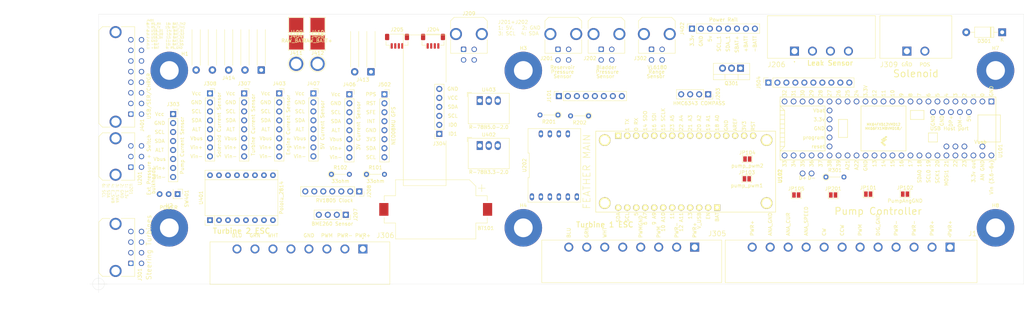
<source format=kicad_pcb>
(kicad_pcb (version 20171130) (host pcbnew "(5.1.12-1-10_14)")
  (title_block (title "SeaFlight Glider Engine Board") (date 2021-08-04) (rev 1.0) (company "Woods Hole Oceanographic Institute"))
  (layers (0 F.Cu signal) (31 B.Cu signal) (35 F.Paste user) (37 F.SilkS user) (38 B.Mask user) (39 F.Mask user) (44 Edge.Cuts user))
  (net 0 "")
  (net 1 +BATT)
  (net 2 +3V3)
  (net 3 /i2c_sda_1)
  (net 4 /i2c_scl_1)
  (net 5 -BATT)
  (net 6 /usb_data_D1)
  (net 7 /usb_data_D0)
  (net 8 /pump_motor_analog_current)
  (net 9 /pump_motor_analog_speed)
  (net 10 /pump_motor_cw)
  (net 11 /pump_motor_ccw)
  (net 12 /pump_motor_pwm)
  (net 13 +5V)
  (net 14 /solenoid_mosfet_gate)
  (net 15 /leak_sense_output)
  (net 16 /pump_motor_analog_gnd)
  (net 17 /sdcard_cs)
  (net 18 /SCK)
  (net 19 /SDI)
  (net 20 /SDO)
  (net 21 /imu_cs)
  (net 22 /turbine_1_pwm)
  (net 23 /turbine_2_pwm)
  (net 24 "Net-(D301-Pad2)")
  (net 25 /Pump/solenoid_measured_BATT+)
  (net 26 "Net-(J101-Pad8)")
  (net 27 "Net-(J101-Pad1)")
  (net 28 "Net-(J206-Pad3)")
  (net 29 "Net-(J206-Pad4)")
  (net 30 /Sensors/rv1806_sense_int)
  (net 31 /Sensors/rv1805_sense_int)
  (net 32 /Sensors/rv_1805_sense_psw)
  (net 33 /Pump/external_switch_A)
  (net 34 /Pump/turbine2_blu)
  (net 35 /Pump/turbine2_grn)
  (net 36 /Pump/turbine2_wht)
  (net 37 /Pump/external_switch_B)
  (net 38 /Pump/turbine1_blu)
  (net 39 /Pump/turbine1_grn)
  (net 40 /Pump/turbine1_wht)
  (net 41 /Pump/pump_measured_BATT+)
  (net 42 "Net-(J304-Pad2)")
  (net 43 "Net-(J304-Pad1)")
  (net 44 /Pump/turbine1_measured_pwr)
  (net 45 "Net-(J305-Pad5)")
  (net 46 "Net-(J306-Pad5)")
  (net 47 /Power/lipo_bat1_therm2)
  (net 48 /Power/lipo_bat1_therm1)
  (net 49 /Power/lipo_bat1_sense1)
  (net 50 /Power/lipo_bat1_sense2)
  (net 51 /Power/lipo_bat1_sense3)
  (net 52 /Power/lipo_bat1_sense4)
  (net 53 /Power/lipo_bat1_sense5)
  (net 54 /Power/switched_BATT+)
  (net 55 /Power/raw_BATT+)
  (net 56 /Power/raw_BATT-)
  (net 57 /Power/lipo_bat_therm1)
  (net 58 /Power/lipo_bat_therm2)
  (net 59 /Telemetry/neo08mu_gps_int)
  (net 60 /Telemetry/neo08mu_gps_safe)
  (net 61 /Telemetry/neo08mu_gps_rst)
  (net 62 /Telemetry/gps_pps)
  (net 63 "Net-(JP101-Pad1)")
  (net 64 "Net-(JP102-Pad2)")
  (net 65 "Net-(JP103-Pad1)")
  (net 66 "Net-(JP104-Pad1)")
  (net 67 "Net-(R101-Pad2)")
  (net 68 "Net-(R102-Pad2)")
  (net 69 "Net-(U101-Pad17)")
  (net 70 "Net-(U101-Pad16)")
  (net 71 "Net-(U101-Pad14)")
  (net 72 "Net-(U101-Pad21)")
  (net 73 "Net-(U101-Pad22)")
  (net 74 "Net-(U101-Pad23)")
  (net 75 "Net-(U101-Pad24)")
  (net 76 "Net-(BT101-Pad1)")
  (net 77 "Net-(U101-Pad28)")
  (net 78 "Net-(U101-Pad29)")
  (net 79 "Net-(U101-Pad30)")
  (net 80 "Net-(U101-Pad31)")
  (net 81 "Net-(U101-Pad34)")
  (net 82 "Net-(U101-Pad35)")
  (net 83 "Net-(U101-Pad36)")
  (net 84 "Net-(U101-Pad37)")
  (net 85 "Net-(U101-Pad13)")
  (net 86 "Net-(U101-Pad12)")
  (net 87 "Net-(U101-Pad11)")
  (net 88 "Net-(U101-Pad10)")
  (net 89 "Net-(U101-Pad9)")
  (net 90 "Net-(U101-Pad7)")
  (net 91 "Net-(U101-Pad6)")
  (net 92 "Net-(U101-Pad5)")
  (net 93 "Net-(U101-Pad38)")
  (net 94 "Net-(U101-Pad40)")
  (net 95 "Net-(U101-Pad52)")
  (net 96 "Net-(U101-Pad53)")
  (net 97 "Net-(U101-Pad54)")
  (net 98 "Net-(U101-Pad57)")
  (net 99 "Net-(U101-Pad58)")
  (net 100 "Net-(U101-Pad59)")
  (net 101 "Net-(U101-Pad60)")
  (net 102 "Net-(U102-Pad16)")
  (net 103 "Net-(U102-Pad12)")
  (net 104 "Net-(U102-Pad1)")
  (net 105 "Net-(U102-Pad18)")
  (net 106 "Net-(U102-Pad17)")
  (net 107 "Net-(U202-Pad6)")
  (net 108 "Net-(U202-Pad8)")
  (net 109 "Net-(U202-Pad9)")
  (net 110 "Net-(U202-Pad10)")
  (net 111 "Net-(U202-Pad2)")
  (net 112 "Net-(J303-Pad5)")
  (net 113 "Net-(J307-Pad5)")
  (net 114 "Net-(J308-Pad5)")
  (net 115 "Net-(J403-Pad5)")
  (net 116 "Net-(J406-Pad6)")
  (net 117 "Net-(J406-Pad5)")
  (net 118 "Net-(J407-Pad6)")
  (net 119 "Net-(J407-Pad5)")
  (net 120 "Net-(JP105-Pad2)")
  (net 121 "Net-(JP201-Pad1)")
  (net 122 /irid_RXD)
  (net 123 /irid_TXD)
  (net 124 /irid_CTS)
  (net 125 /irid_RTS)
  (net 126 /irid_SLEEP)
  (net 127 /irid_NET_AV)
  (net 128 /irid_RI)
  (net 129 "Net-(J504-Pad9)")
  (net 130 /Telemetry/irid_RI)
  (net 131 "Net-(SW401-Pad1)")
  (net 132 "Net-(U401-Pad8)")
  (net 133 /ext_sw_A)
  (net 134 /ext_sw_B)
  (net 135 "Net-(U102-Pad15)")
  (net 136 /rs232_rx)
  (net 137 /rs232_tx)
  (module TerminalBlock_CUI:CUI_TBP01R1W-508-12BE (layer F.Cu) (at 295.148 154.686 180)
    (fp_text reference J1 (at -6.35 3.81) (layer F.SilkS) (effects (font (size 1.4 1.4))))
    (fp_text value "Pump Controller" (at 20.32 10.16) (layer F.SilkS) (effects (font (size 2 2) (thickness 0.25))))
    (fp_text user PWR+ (at 0 3.1 90 unlocked) (layer F.SilkS) (effects (justify left)))
    (fp_text user PWR+ (at 5.08 3.1 90 unlocked) (layer F.SilkS) (effects (justify left)))
    (fp_text user PWR- (at 10.16 3.1 90 unlocked) (layer F.SilkS) (effects (justify left)))
    (fp_text user PWR- (at 15.24 3.1 90 unlocked) (layer F.SilkS) (effects (justify left)))
    (fp_text user DIG_GND (at 20.32 3.1 90 unlocked) (layer F.SilkS) (effects (justify left)))
    (fp_text user PWM (at 25.4 3.1 90 unlocked) (layer F.SilkS) (effects (justify left)))
    (fp_text user CCW (at 30.48 3.1 90 unlocked) (layer F.SilkS) (effects (justify left)))
    (fp_text user CW (at 35.56 3.1 90 unlocked) (layer F.SilkS) (effects (justify left)))
    (fp_text user ANA_SPEED (at 40.64 3.1 90 unlocked) (layer F.SilkS) (effects (justify left)))
    (fp_text user ANA_CUR (at 45.72 3.1 90 unlocked) (layer F.SilkS) (effects (justify left)))
    (fp_text user ANA_GND (at 50.8 3.1 90 unlocked) (layer F.SilkS) (effects (justify left)))
    (fp_text user PWR+ (at 55.88 3.1 90 unlocked) (layer F.SilkS) (effects (justify left)))
    (pad 1 thru_hole rect (at 0 0 180) (size 2.55 2.55) (drill 1.7) (layers *.Cu *.Mask) (net 41 /Pump/pump_measured_BATT+))
    (pad 2 thru_hole circle (at 5.08 0 180) (size 2.55 2.55) (drill 1.7) (layers *.Cu *.Mask) (net 41 /Pump/pump_measured_BATT+))
    (pad 3 thru_hole circle (at 10.16 0 180) (size 2.55 2.55) (drill 1.7) (layers *.Cu *.Mask) (net 5 -BATT))
    (pad 4 thru_hole circle (at 15.24 0 180) (size 2.55 2.55) (drill 1.7) (layers *.Cu *.Mask) (net 5 -BATT))
    (pad 5 thru_hole circle (at 20.32 0 180) (size 2.55 2.55) (drill 1.7) (layers *.Cu *.Mask) (net 16 /pump_motor_analog_gnd))
    (pad 6 thru_hole circle (at 25.4 0 180) (size 2.55 2.55) (drill 1.7) (layers *.Cu *.Mask) (net 5 -BATT))
    (pad 7 thru_hole circle (at 30.48 0 180) (size 2.55 2.55) (drill 1.7) (layers *.Cu *.Mask) (net 5 -BATT))
    (pad 8 thru_hole circle (at 35.56 0 180) (size 2.55 2.55) (drill 1.7) (layers *.Cu *.Mask) (net 12 /pump_motor_pwm))
    (pad 9 thru_hole circle (at 40.64 0 180) (size 2.55 2.55) (drill 1.7) (layers *.Cu *.Mask) (net 11 /pump_motor_ccw))
    (pad 10 thru_hole circle (at 45.72 0 180) (size 2.55 2.55) (drill 1.7) (layers *.Cu *.Mask) (net 10 /pump_motor_cw))
    (pad 11 thru_hole circle (at 50.8 0 180) (size 2.55 2.55) (drill 1.7) (layers *.Cu *.Mask) (net 9 /pump_motor_analog_speed))
    (pad 12 thru_hole circle (at 55.88 0 180) (size 2.55 2.55) (drill 1.7) (layers *.Cu *.Mask) (net 8 /pump_motor_analog_current))
  )
  (module Connector_Wire:SolderWire-0.5sqmm_1x05_P4.6mm_D0.9mm_OD2.1mm_Relief (layer F.Cu) (at 100.584 104.648 180)
    (fp_text reference J414 (at 9.2 -2.25) (layer F.SilkS))
    (fp_text value "Batt Sense")
    (pad "" np_thru_hole circle (at 18.4 12.6 180) (size 2.6 2.6) (drill 2.6) (layers *.Cu *.Mask))
    (pad "" np_thru_hole circle (at 13.8 12.6 180) (size 2.6 2.6) (drill 2.6) (layers *.Cu *.Mask))
    (pad "" np_thru_hole circle (at 9.2 12.6 180) (size 2.6 2.6) (drill 2.6) (layers *.Cu *.Mask))
    (pad "" np_thru_hole circle (at 4.6 12.6 180) (size 2.6 2.6) (drill 2.6) (layers *.Cu *.Mask))
    (pad "" np_thru_hole circle (at 0 12.6 180) (size 2.6 2.6) (drill 2.6) (layers *.Cu *.Mask))
    (pad 5 thru_hole circle (at 18.4 0 180) (size 2.1 2.1) (drill 1.1) (layers *.Cu *.Mask) (net 53 /Power/lipo_bat1_sense5))
    (pad 4 thru_hole circle (at 13.8 0 180) (size 2.1 2.1) (drill 1.1) (layers *.Cu *.Mask) (net 52 /Power/lipo_bat1_sense4))
    (pad 3 thru_hole circle (at 9.2 0 180) (size 2.1 2.1) (drill 1.1) (layers *.Cu *.Mask) (net 51 /Power/lipo_bat1_sense3))
    (pad 2 thru_hole circle (at 4.6 0 180) (size 2.1 2.1) (drill 1.1) (layers *.Cu *.Mask) (net 50 /Power/lipo_bat1_sense2))
    (pad 1 thru_hole roundrect (at 0 0 180) (size 2.1 2.1) (drill 1.1) (layers *.Cu *.Mask) (roundrect_rratio 0.119048) (net 49 /Power/lipo_bat1_sense1))
  )
  (module Connector_Wire:SolderWire-0.5sqmm_1x02_P4.6mm_D0.9mm_OD2.1mm_Relief (layer F.Cu) (at 131.572 105.156 180)
    (fp_text reference J413 (at 2.3 -2.25) (layer F.SilkS))
    (fp_text value Batt_Therm)
    (pad "" np_thru_hole circle (at 4.6 12.6 180) (size 2.6 2.6) (drill 2.6) (layers *.Cu *.Mask))
    (pad "" np_thru_hole circle (at 0 12.6 180) (size 2.6 2.6) (drill 2.6) (layers *.Cu *.Mask))
    (pad 2 thru_hole circle (at 4.6 0 180) (size 2.1 2.1) (drill 1.1) (layers *.Cu *.Mask) (net 58 /Power/lipo_bat_therm2))
    (pad 1 thru_hole roundrect (at 0 0 180) (size 2.1 2.1) (drill 1.1) (layers *.Cu *.Mask) (roundrect_rratio 0.119048) (net 57 /Power/lipo_bat_therm1))
  )
  (module TestPoint:TestPoint_Plated_Hole_D3.0mm (layer F.Cu) (at 116.5 102.906)
    (fp_text reference J412 (at 0 -3.048) (layer F.SilkS))
    (fp_text value RAW_BATT+)
    (pad 1 thru_hole circle (at 0 0) (size 4 4) (drill 3) (layers *.Cu *.Mask) (net 55 /Power/raw_BATT+))
  )
  (module TestPoint:TestPoint_Plated_Hole_D3.0mm (layer F.Cu) (at 110.45 102.906)
    (fp_text reference J411 (at 0 -3.048) (layer F.SilkS))
    (fp_text value RAW_BATT-)
    (pad 1 thru_hole circle (at 0 0) (size 4 4) (drill 3) (layers *.Cu *.Mask) (net 56 /Power/raw_BATT-))
  )
  (module TestPoint:TestPoint_Pad_4.0x4.0mm (layer F.Cu) (at 116.5 96.856)
    (fp_text reference J410 (at 0 -2.898) (layer F.SilkS))
    (fp_text value RAW_BATT+)
    (pad 1 smd rect (at 0 0) (size 4 4) (layers F.Cu F.Mask) (net 55 /Power/raw_BATT+))
  )
  (module TestPoint:TestPoint_Pad_4.0x4.0mm (layer F.Cu) (at 110.45 96.856)
    (fp_text reference J409 (at 0 -2.898) (layer F.SilkS))
    (fp_text value RAW_BATT-)
    (pad 1 smd rect (at 0 0) (size 4 4) (layers F.Cu F.Mask) (net 56 /Power/raw_BATT-))
  )
  (module Connector_Molex:Molex_Micro-Fit_3.0_43045-0421_2x02-1MP_P3.00mm_Horizontal (layer F.Cu) (at 157.734 98.806)
    (fp_text reference J209 (at 1.5 -10.12) (layer F.SilkS))
    (fp_text value "EXT Pressure Sensor")
    (pad 4 thru_hole circle (at 3 3) (size 1.5 1.5) (drill 1.02) (layers *.Cu *.Mask) (net 3 /i2c_sda_1))
    (pad 3 thru_hole circle (at 0 3) (size 1.5 1.5) (drill 1.02) (layers *.Cu *.Mask) (net 4 /i2c_scl_1))
    (pad 2 thru_hole circle (at 3 0) (size 1.5 1.5) (drill 1.02) (layers *.Cu *.Mask) (net 5 -BATT))
    (pad 1 thru_hole roundrect (at 0 0) (size 1.5 1.5) (drill 1.02) (layers *.Cu *.Mask) (roundrect_rratio 0.166667) (net 13 +5V))
    (pad MP thru_hole circle (at 5.15 -4.32) (size 3.41 3.41) (drill 2.41) (layers *.Cu *.Mask))
    (pad MP thru_hole circle (at -2.15 -4.32) (size 3.41 3.41) (drill 2.41) (layers *.Cu *.Mask))
  )
  (module Connector_Molex:Molex_Micro-Fit_3.0_43045-0621_2x03-1MP_P3.00mm_Horizontal (layer F.Cu) (at 63.754 132.08 90)
    (fp_text reference U201 (at -3.175 2.54 270) (layer F.SilkS))
    (fp_text value QuickFit_02x03_Header-Connector)
    (fp_text user "Ext Pressure + Switch" (at 0.635 5.08 270) (layer F.SilkS))
    (fp_text user bulkheads (at -3.81 6.35 270) (layer F.SilkS))
    (pad 6 thru_hole circle (at 6 3 90) (size 1.5 1.5) (drill 1.02) (layers *.Cu *.Mask) (net 4 /i2c_scl_1))
    (pad 5 thru_hole circle (at 3 3 90) (size 1.5 1.5) (drill 1.02) (layers *.Cu *.Mask) (net 3 /i2c_sda_1))
    (pad 4 thru_hole circle (at 0 3 90) (size 1.5 1.5) (drill 1.02) (layers *.Cu *.Mask) (net 134 /ext_sw_B))
    (pad 3 thru_hole circle (at 6 0 90) (size 1.5 1.5) (drill 1.02) (layers *.Cu *.Mask) (net 133 /ext_sw_A))
    (pad 2 thru_hole circle (at 3 0 90) (size 1.5 1.5) (drill 1.02) (layers *.Cu *.Mask) (net 5 -BATT))
    (pad 1 thru_hole roundrect (at 0 0 90) (size 1.5 1.5) (drill 1.02) (layers *.Cu *.Mask) (roundrect_rratio 0.166667) (net 2 +3V3))
    (pad MP thru_hole circle (at 8.15 -4.32 90) (size 3.41 3.41) (drill 2.41) (layers *.Cu *.Mask))
    (pad MP thru_hole circle (at -2.15 -4.32 90) (size 3.41 3.41) (drill 2.41) (layers *.Cu *.Mask))
  )
  (module TestPoint:TestPoint_Pad_4.0x4.0mm (layer F.Cu) (at 116.491001 91.933001)
    (fp_text reference J408 (at 0 3.175) (layer F.SilkS))
    (fp_text value RAW_BATT+ (at 0 4.445) (layer F.SilkS))
    (pad 1 smd rect (at 0 0) (size 4 4) (layers F.Cu F.Mask) (net 55 /Power/raw_BATT+))
  )
  (module TestPoint:TestPoint_Pad_4.0x4.0mm (layer F.Cu) (at 110.441001 91.933001)
    (fp_text reference J404 (at 0 3.175) (layer F.SilkS))
    (fp_text value RAW_BATT- (at 0 4.445) (layer F.SilkS))
    (pad 1 smd rect (at 0 0) (size 4 4) (layers F.Cu F.Mask) (net 56 /Power/raw_BATT-))
  )
  (module Connector_PinSocket_2.54mm:PinSocket_1x08_P2.54mm_Vertical (layer F.Cu) (at 222.25 92.964 90)
    (fp_text reference J402 (at 0 -2.77 90) (layer F.SilkS))
    (fp_text value "Power Rail" (at 2.54 8.89 180) (layer F.SilkS))
    (fp_text user 3.3v (at -5.08 0 90) (layer F.SilkS) (effects (justify left)))
    (fp_text user GND (at -1.905 2.54 90) (layer F.SilkS) (effects (justify right)))
    (fp_text user 5v (at -1.905 5.08 90) (layer F.SilkS) (effects (justify right)))
    (fp_text user SCL_1 (at -1.905 7.62 90) (layer F.SilkS) (effects (justify right)))
    (fp_text user SDA_1 (at -1.905 10.16 90) (layer F.SilkS) (effects (justify right)))
    (fp_text user SBAT+ (at -1.905 12.7 90) (layer F.SilkS) (effects (justify right)))
    (fp_text user +BATT (at -1.905 15.24 90) (layer F.SilkS) (effects (justify right)))
    (fp_text user -BATT (at -1.905 17.78 90) (layer F.SilkS) (effects (justify right)))
    (pad 8 thru_hole oval (at 0 17.78 90) (size 1.7 1.7) (drill 1) (layers *.Cu *.Mask) (net 5 -BATT))
    (pad 7 thru_hole oval (at 0 15.24 90) (size 1.7 1.7) (drill 1) (layers *.Cu *.Mask) (net 1 +BATT))
    (pad 6 thru_hole oval (at 0 12.7 90) (size 1.7 1.7) (drill 1) (layers *.Cu *.Mask) (net 54 /Power/switched_BATT+))
    (pad 5 thru_hole oval (at 0 10.16 90) (size 1.7 1.7) (drill 1) (layers *.Cu *.Mask) (net 4 /i2c_scl_1))
    (pad 4 thru_hole oval (at 0 7.62 90) (size 1.7 1.7) (drill 1) (layers *.Cu *.Mask) (net 3 /i2c_sda_1))
    (pad 3 thru_hole oval (at 0 5.08 90) (size 1.7 1.7) (drill 1) (layers *.Cu *.Mask) (net 13 +5V))
    (pad 2 thru_hole oval (at 0 2.54 90) (size 1.7 1.7) (drill 1) (layers *.Cu *.Mask) (net 5 -BATT))
    (pad 1 thru_hole rect (at 0 0 90) (size 1.7 1.7) (drill 1) (layers *.Cu *.Mask) (net 2 +3V3))
  )
  (module Module:Pololu_Breakout-16_15.2x20.3mm (layer F.Cu) (at 86.106 147.066 90)
    (fp_text reference U401 (at 6.35 -2.54 90) (layer F.SilkS))
    (fp_text value Pololu_2814 (at 6.35 20.17 90) (layer F.SilkS))
    (pad 16 thru_hole oval (at 12.7 0 90) (size 1.6 1.6) (drill 0.8) (layers *.Cu *.Mask))
    (pad 8 thru_hole oval (at 0 17.78 90) (size 1.6 1.6) (drill 0.8) (layers *.Cu *.Mask) (net 132 "Net-(U401-Pad8)"))
    (pad 15 thru_hole oval (at 12.7 2.54 90) (size 1.6 1.6) (drill 0.8) (layers *.Cu *.Mask))
    (pad 7 thru_hole oval (at 0 15.24 90) (size 1.6 1.6) (drill 0.8) (layers *.Cu *.Mask) (net 5 -BATT))
    (pad 14 thru_hole oval (at 12.7 5.08 90) (size 1.6 1.6) (drill 0.8) (layers *.Cu *.Mask))
    (pad 6 thru_hole oval (at 0 12.7 90) (size 1.6 1.6) (drill 0.8) (layers *.Cu *.Mask) (net 134 /ext_sw_B))
    (pad 13 thru_hole oval (at 12.7 7.62 90) (size 1.6 1.6) (drill 0.8) (layers *.Cu *.Mask))
    (pad 5 thru_hole oval (at 0 10.16 90) (size 1.6 1.6) (drill 0.8) (layers *.Cu *.Mask) (net 133 /ext_sw_A))
    (pad 12 thru_hole oval (at 12.7 10.16 90) (size 1.6 1.6) (drill 0.8) (layers *.Cu *.Mask) (net 55 /Power/raw_BATT+))
    (pad 4 thru_hole oval (at 0 7.62 90) (size 1.6 1.6) (drill 0.8) (layers *.Cu *.Mask) (net 5 -BATT))
    (pad 11 thru_hole oval (at 12.7 12.7 90) (size 1.6 1.6) (drill 0.8) (layers *.Cu *.Mask) (net 55 /Power/raw_BATT+))
    (pad 3 thru_hole oval (at 0 5.08 90) (size 1.6 1.6) (drill 0.8) (layers *.Cu *.Mask) (net 5 -BATT))
    (pad 10 thru_hole oval (at 12.7 15.24 90) (size 1.6 1.6) (drill 0.8) (layers *.Cu *.Mask) (net 56 /Power/raw_BATT-))
    (pad 2 thru_hole oval (at 0 2.54 90) (size 1.6 1.6) (drill 0.8) (layers *.Cu *.Mask) (net 54 /Power/switched_BATT+))
    (pad 9 thru_hole oval (at 12.7 17.78 90) (size 1.6 1.6) (drill 0.8) (layers *.Cu *.Mask) (net 56 /Power/raw_BATT-))
    (pad 1 thru_hole rect (at 0 0 90) (size 1.6 1.6) (drill 0.8) (layers *.Cu *.Mask) (net 54 /Power/switched_BATT+))
  )
  (module Connector_PinSocket_2.54mm:PinSocket_1x07_P2.54mm_Vertical (layer F.Cu) (at 128.27 138.938 270)
    (fp_text reference J208 (at 0 -2.77 270) (layer F.SilkS))
    (fp_text value "RV1805 Clock" (at 2.54 6.985 180) (layer F.SilkS))
    (pad 7 thru_hole oval (at 0 15.24 270) (size 1.7 1.7) (drill 1) (layers *.Cu *.Mask) (net 30 /Sensors/rv1806_sense_int))
    (pad 6 thru_hole oval (at 0 12.7 270) (size 1.7 1.7) (drill 1) (layers *.Cu *.Mask) (net 31 /Sensors/rv1805_sense_int))
    (pad 5 thru_hole oval (at 0 10.16 270) (size 1.7 1.7) (drill 1) (layers *.Cu *.Mask) (net 32 /Sensors/rv_1805_sense_psw))
    (pad 4 thru_hole oval (at 0 7.62 270) (size 1.7 1.7) (drill 1) (layers *.Cu *.Mask) (net 4 /i2c_scl_1))
    (pad 3 thru_hole oval (at 0 5.08 270) (size 1.7 1.7) (drill 1) (layers *.Cu *.Mask) (net 3 /i2c_sda_1))
    (pad 2 thru_hole oval (at 0 2.54 270) (size 1.7 1.7) (drill 1) (layers *.Cu *.Mask) (net 5 -BATT))
    (pad 1 thru_hole rect (at 0 0 270) (size 1.7 1.7) (drill 1) (layers *.Cu *.Mask) (net 2 +3V3))
  )
  (module Connector_PinSocket_2.54mm:PinSocket_1x08_P2.54mm_Vertical (layer F.Cu) (at 95.758 111.252)
    (fp_text reference J307 (at 0 -2.77) (layer F.SilkS))
    (fp_text value "Turbine Current Sensor" (at 2.54 8.89 90) (layer F.SilkS))
    (fp_text user Vin- (at -3.81 17.78) (layer F.SilkS))
    (fp_text user Vin+ (at -3.81 15.24) (layer F.SilkS))
    (fp_text user ALT (at -3.81 10.16) (layer F.SilkS))
    (fp_text user SDA (at -3.81 7.62) (layer F.SilkS))
    (fp_text user SCL (at -3.81 5.08) (layer F.SilkS))
    (fp_text user Vcc (at -3.81 0) (layer F.SilkS))
    (fp_text user Vbus (at -3.81 12.7) (layer F.SilkS))
    (fp_text user GND (at -3.81 2.54) (layer F.SilkS))
    (pad 8 thru_hole oval (at 0 17.78) (size 1.7 1.7) (drill 1) (layers *.Cu *.Mask) (net 44 /Pump/turbine1_measured_pwr))
    (pad 7 thru_hole oval (at 0 15.24) (size 1.7 1.7) (drill 1) (layers *.Cu *.Mask) (net 1 +BATT))
    (pad 6 thru_hole oval (at 0 12.7) (size 1.7 1.7) (drill 1) (layers *.Cu *.Mask) (net 1 +BATT))
    (pad 5 thru_hole oval (at 0 10.16) (size 1.7 1.7) (drill 1) (layers *.Cu *.Mask) (net 113 "Net-(J307-Pad5)"))
    (pad 4 thru_hole oval (at 0 7.62) (size 1.7 1.7) (drill 1) (layers *.Cu *.Mask) (net 3 /i2c_sda_1))
    (pad 3 thru_hole oval (at 0 5.08) (size 1.7 1.7) (drill 1) (layers *.Cu *.Mask) (net 4 /i2c_scl_1))
    (pad 2 thru_hole oval (at 0 2.54) (size 1.7 1.7) (drill 1) (layers *.Cu *.Mask) (net 5 -BATT))
    (pad 1 thru_hole rect (at 0 0) (size 1.7 1.7) (drill 1) (layers *.Cu *.Mask) (net 2 +3V3))
  )
  (module Connector_Molex:Molex_Micro-Fit_3.0_43045-0421_2x02-1MP_P3.00mm_Horizontal (layer F.Cu) (at 210.82 98.806)
    (fp_text reference J302 (at -3.175 2.54) (layer F.SilkS))
    (fp_text value "VL6180 Range Sensor")
    (fp_text user VL6180 (at 4.445 5.08) (layer F.SilkS) (effects (justify right)))
    (fp_text user Range (at 3.81 6.35) (layer F.SilkS) (effects (justify right)))
    (fp_text user Sensor (at 3.81 7.62) (layer F.SilkS) (effects (justify right)))
    (pad 4 thru_hole circle (at 3 3) (size 1.5 1.5) (drill 1.02) (layers *.Cu *.Mask) (net 3 /i2c_sda_1))
    (pad 3 thru_hole circle (at 0 3) (size 1.5 1.5) (drill 1.02) (layers *.Cu *.Mask) (net 4 /i2c_scl_1))
    (pad 2 thru_hole circle (at 3 0) (size 1.5 1.5) (drill 1.02) (layers *.Cu *.Mask) (net 5 -BATT))
    (pad 1 thru_hole roundrect (at 0 0) (size 1.5 1.5) (drill 1.02) (layers *.Cu *.Mask) (roundrect_rratio 0.166667) (net 2 +3V3))
    (pad MP thru_hole circle (at 5.15 -4.32) (size 3.41 3.41) (drill 2.41) (layers *.Cu *.Mask))
    (pad MP thru_hole circle (at -2.15 -4.32) (size 3.41 3.41) (drill 2.41) (layers *.Cu *.Mask))
  )
  (module Connector_Molex:Molex_Micro-Fit_3.0_43045-0421_2x02-1MP_P3.00mm_Horizontal (layer F.Cu) (at 196.596 98.806)
    (fp_text reference J202 (at -3.175 2.54) (layer F.SilkS))
    (fp_text value "Bladder Pressure Sensor")
    (fp_text user Bladder (at 4.445 5.08) (layer F.SilkS) (effects (justify right)))
    (fp_text user Pressure (at 5.08 6.35) (layer F.SilkS) (effects (justify right)))
    (fp_text user Sensor (at 3.81 7.62) (layer F.SilkS) (effects (justify right)))
    (pad 4 thru_hole circle (at 3 3) (size 1.5 1.5) (drill 1.02) (layers *.Cu *.Mask) (net 3 /i2c_sda_1))
    (pad 3 thru_hole circle (at 0 3) (size 1.5 1.5) (drill 1.02) (layers *.Cu *.Mask) (net 4 /i2c_scl_1))
    (pad 2 thru_hole circle (at 3 0) (size 1.5 1.5) (drill 1.02) (layers *.Cu *.Mask) (net 5 -BATT))
    (pad 1 thru_hole roundrect (at 0 0) (size 1.5 1.5) (drill 1.02) (layers *.Cu *.Mask) (roundrect_rratio 0.166667) (net 13 +5V))
    (pad MP thru_hole circle (at 5.15 -4.32) (size 3.41 3.41) (drill 2.41) (layers *.Cu *.Mask))
    (pad MP thru_hole circle (at -2.15 -4.32) (size 3.41 3.41) (drill 2.41) (layers *.Cu *.Mask))
  )
  (module Connector_Molex:Molex_Micro-Fit_3.0_43045-0421_2x02-1MP_P3.00mm_Horizontal (layer F.Cu) (at 184.404 98.806)
    (fp_text reference J201 (at -3.175 2.54) (layer F.SilkS))
    (fp_text value "Reservoir Pressure Sensor")
    (fp_text user Reservoir (at 1.27 5.08) (layer F.SilkS))
    (fp_text user Pressure (at 1.27 6.35) (layer F.SilkS))
    (fp_text user Sensor (at 1.27 7.62) (layer F.SilkS))
    (pad 4 thru_hole circle (at 3 3) (size 1.5 1.5) (drill 1.02) (layers *.Cu *.Mask) (net 3 /i2c_sda_1))
    (pad 3 thru_hole circle (at 0 3) (size 1.5 1.5) (drill 1.02) (layers *.Cu *.Mask) (net 4 /i2c_scl_1))
    (pad 2 thru_hole circle (at 3 0) (size 1.5 1.5) (drill 1.02) (layers *.Cu *.Mask) (net 5 -BATT))
    (pad 1 thru_hole roundrect (at 0 0) (size 1.5 1.5) (drill 1.02) (layers *.Cu *.Mask) (roundrect_rratio 0.166667) (net 13 +5V))
    (pad MP thru_hole circle (at 5.15 -4.32) (size 3.41 3.41) (drill 2.41) (layers *.Cu *.Mask))
    (pad MP thru_hole circle (at -2.15 -4.32) (size 3.41 3.41) (drill 2.41) (layers *.Cu *.Mask))
  )
  (module Connector_Molex:Molex_Micro-Fit_3.0_43045-1621_2x08-1MP_P3.00mm_Horizontal (layer F.Cu) (at 63.754 117.094 90)
    (fp_text reference J401 (at -3.175 3.175 90) (layer F.SilkS))
    (fp_text value USB/SER/CHRGR (at 5.08 5.08 90) (layer F.SilkS))
    (pad 16 thru_hole circle (at 21 3 90) (size 1.5 1.5) (drill 1.02) (layers *.Cu *.Mask) (net 47 /Power/lipo_bat1_therm2))
    (pad 15 thru_hole circle (at 18 3 90) (size 1.5 1.5) (drill 1.02) (layers *.Cu *.Mask) (net 48 /Power/lipo_bat1_therm1))
    (pad 14 thru_hole circle (at 15 3 90) (size 1.5 1.5) (drill 1.02) (layers *.Cu *.Mask) (net 49 /Power/lipo_bat1_sense1))
    (pad 13 thru_hole circle (at 12 3 90) (size 1.5 1.5) (drill 1.02) (layers *.Cu *.Mask) (net 50 /Power/lipo_bat1_sense2))
    (pad 12 thru_hole circle (at 9 3 90) (size 1.5 1.5) (drill 1.02) (layers *.Cu *.Mask) (net 51 /Power/lipo_bat1_sense3))
    (pad 11 thru_hole circle (at 6 3 90) (size 1.5 1.5) (drill 1.02) (layers *.Cu *.Mask) (net 52 /Power/lipo_bat1_sense4))
    (pad 10 thru_hole circle (at 3 3 90) (size 1.5 1.5) (drill 1.02) (layers *.Cu *.Mask) (net 53 /Power/lipo_bat1_sense5))
    (pad 9 thru_hole circle (at 0 3 90) (size 1.5 1.5) (drill 1.02) (layers *.Cu *.Mask) (net 5 -BATT))
    (pad 8 thru_hole circle (at 21 0 90) (size 1.5 1.5) (drill 1.02) (layers *.Cu *.Mask) (net 136 /rs232_rx))
    (pad 7 thru_hole circle (at 18 0 90) (size 1.5 1.5) (drill 1.02) (layers *.Cu *.Mask) (net 137 /rs232_tx))
    (pad 6 thru_hole circle (at 15 0 90) (size 1.5 1.5) (drill 1.02) (layers *.Cu *.Mask) (net 6 /usb_data_D1))
    (pad 5 thru_hole circle (at 12 0 90) (size 1.5 1.5) (drill 1.02) (layers *.Cu *.Mask) (net 7 /usb_data_D0))
    (pad 4 thru_hole circle (at 9 0 90) (size 1.5 1.5) (drill 1.02) (layers *.Cu *.Mask) (net 5 -BATT))
    (pad 3 thru_hole circle (at 6 0 90) (size 1.5 1.5) (drill 1.02) (layers *.Cu *.Mask) (net 5 -BATT))
    (pad 2 thru_hole circle (at 3 0 90) (size 1.5 1.5) (drill 1.02) (layers *.Cu *.Mask) (net 1 +BATT))
    (pad 1 thru_hole roundrect (at 0 0 90) (size 1.5 1.5) (drill 1.02) (layers *.Cu *.Mask) (roundrect_rratio 0.166667) (net 1 +BATT))
    (pad MP thru_hole circle (at 23.15 -4.32 90) (size 3.41 3.41) (drill 2.41) (layers *.Cu *.Mask))
    (pad MP thru_hole circle (at -2.15 -4.32 90) (size 3.41 3.41) (drill 2.41) (layers *.Cu *.Mask))
  )
  (module Connector_Molex:Molex_Micro-Fit_3.0_43045-0821_2x04-1MP_P3.00mm_Horizontal (layer F.Cu) (at 63.754 159.258 90)
    (fp_text reference J301 (at -3.175 2.54 90) (layer F.SilkS))
    (fp_text value "Steering Turbines" (at 4.5 5.08 90) (layer F.SilkS) (effects (font (size 1.4 1.4))))
    (pad 8 thru_hole circle (at 9 3 90) (size 1.5 1.5) (drill 1.02) (layers *.Cu *.Mask) (net 33 /Pump/external_switch_A))
    (pad 7 thru_hole circle (at 6 3 90) (size 1.5 1.5) (drill 1.02) (layers *.Cu *.Mask) (net 34 /Pump/turbine2_blu))
    (pad 6 thru_hole circle (at 3 3 90) (size 1.5 1.5) (drill 1.02) (layers *.Cu *.Mask) (net 35 /Pump/turbine2_grn))
    (pad 5 thru_hole circle (at 0 3 90) (size 1.5 1.5) (drill 1.02) (layers *.Cu *.Mask) (net 36 /Pump/turbine2_wht))
    (pad 4 thru_hole circle (at 9 0 90) (size 1.5 1.5) (drill 1.02) (layers *.Cu *.Mask) (net 37 /Pump/external_switch_B))
    (pad 3 thru_hole circle (at 6 0 90) (size 1.5 1.5) (drill 1.02) (layers *.Cu *.Mask) (net 38 /Pump/turbine1_blu))
    (pad 2 thru_hole circle (at 3 0 90) (size 1.5 1.5) (drill 1.02) (layers *.Cu *.Mask) (net 39 /Pump/turbine1_grn))
    (pad 1 thru_hole roundrect (at 0 0 90) (size 1.5 1.5) (drill 1.02) (layers *.Cu *.Mask) (roundrect_rratio 0.166667) (net 40 /Pump/turbine1_wht))
    (pad MP thru_hole circle (at 11.15 -4.32 90) (size 3.41 3.41) (drill 2.41) (layers *.Cu *.Mask))
    (pad MP thru_hole circle (at -2.15 -4.32 90) (size 3.41 3.41) (drill 2.41) (layers *.Cu *.Mask))
  )
  (module Connector_PinSocket_2.54mm:PinSocket_1x06_P2.54mm_Vertical (layer F.Cu) (at 150.876 122.682 180)
    (fp_text reference J304 (at 0 -2.77 180) (layer F.SilkS))
    (fp_text value "VL6180 Range Sensor")
    (fp_text user VCC (at -3.81 10.16) (layer F.SilkS))
    (fp_text user SDA (at -3.81 7.62) (layer F.SilkS))
    (fp_text user SCL (at -3.81 5.08) (layer F.SilkS))
    (fp_text user ID1 (at -3.81 0) (layer F.SilkS))
    (fp_text user GND (at -3.81 12.7) (layer F.SilkS))
    (fp_text user ID0 (at -3.81 2.54) (layer F.SilkS))
    (pad 6 thru_hole oval (at 0 12.7 180) (size 1.7 1.7) (drill 1) (layers *.Cu *.Mask) (net 5 -BATT))
    (pad 5 thru_hole oval (at 0 10.16 180) (size 1.7 1.7) (drill 1) (layers *.Cu *.Mask) (net 2 +3V3))
    (pad 4 thru_hole oval (at 0 7.62 180) (size 1.7 1.7) (drill 1) (layers *.Cu *.Mask) (net 3 /i2c_sda_1))
    (pad 3 thru_hole oval (at 0 5.08 180) (size 1.7 1.7) (drill 1) (layers *.Cu *.Mask) (net 4 /i2c_scl_1))
    (pad 2 thru_hole oval (at 0 2.54 180) (size 1.7 1.7) (drill 1) (layers *.Cu *.Mask) (net 42 "Net-(J304-Pad2)"))
    (pad 1 thru_hole rect (at 0 0 180) (size 1.7 1.7) (drill 1) (layers *.Cu *.Mask) (net 43 "Net-(J304-Pad1)"))
  )
  (module Connector_PinSocket_2.54mm:PinSocket_1x08_P2.54mm_Vertical (layer F.Cu) (at 135.382 111.506)
    (fp_text reference J502 (at 0 -2.77 -180) (layer F.SilkS))
    (fp_text value "NEO08MU GPS" (at 2.54 8.89 -90) (layer F.SilkS))
    (fp_text user SCL (at -3.81 17.78) (layer F.SilkS))
    (fp_text user SDA (at -3.81 15.24) (layer F.SilkS))
    (fp_text user GND (at -3.81 10.16) (layer F.SilkS))
    (fp_text user INT (at -3.81 7.62) (layer F.SilkS))
    (fp_text user SFE (at -3.81 5.08) (layer F.SilkS))
    (fp_text user PPS (at -3.81 0) (layer F.SilkS))
    (fp_text user 3V3 (at -3.81 12.7) (layer F.SilkS))
    (fp_text user RST (at -3.81 2.54) (layer F.SilkS))
    (pad 8 thru_hole oval (at 0 17.78) (size 1.7 1.7) (drill 1) (layers *.Cu *.Mask) (net 4 /i2c_scl_1))
    (pad 7 thru_hole oval (at 0 15.24) (size 1.7 1.7) (drill 1) (layers *.Cu *.Mask) (net 3 /i2c_sda_1))
    (pad 6 thru_hole oval (at 0 12.7) (size 1.7 1.7) (drill 1) (layers *.Cu *.Mask) (net 2 +3V3))
    (pad 5 thru_hole oval (at 0 10.16) (size 1.7 1.7) (drill 1) (layers *.Cu *.Mask) (net 5 -BATT))
    (pad 4 thru_hole oval (at 0 7.62) (size 1.7 1.7) (drill 1) (layers *.Cu *.Mask) (net 59 /Telemetry/neo08mu_gps_int))
    (pad 3 thru_hole oval (at 0 5.08) (size 1.7 1.7) (drill 1) (layers *.Cu *.Mask) (net 60 /Telemetry/neo08mu_gps_safe))
    (pad 2 thru_hole oval (at 0 2.54) (size 1.7 1.7) (drill 1) (layers *.Cu *.Mask) (net 61 /Telemetry/neo08mu_gps_rst))
    (pad 1 thru_hole rect (at 0 0) (size 1.7 1.7) (drill 1) (layers *.Cu *.Mask) (net 62 /Telemetry/gps_pps))
  )
  (module Connector_PinSocket_2.54mm:PinSocket_1x08_P2.54mm_Vertical (layer F.Cu) (at 125.476 111.506)
    (fp_text reference J406 (at 0 -2.77) (layer F.SilkS))
    (fp_text value "3V Current Sensor" (at 2.54 8.89 90) (layer F.SilkS))
    (fp_text user Vin- (at -3.81 17.78) (layer F.SilkS))
    (fp_text user Vin+ (at -3.81 15.24) (layer F.SilkS))
    (fp_text user ALT (at -3.81 10.16) (layer F.SilkS))
    (fp_text user SDA (at -3.81 7.62) (layer F.SilkS))
    (fp_text user SCL (at -3.81 5.08) (layer F.SilkS))
    (fp_text user Vcc (at -3.81 0) (layer F.SilkS))
    (fp_text user Vbus (at -3.81 12.7) (layer F.SilkS))
    (fp_text user GND (at -3.81 2.54) (layer F.SilkS))
    (pad 8 thru_hole oval (at 0 17.78) (size 1.7 1.7) (drill 1) (layers *.Cu *.Mask) (net 2 +3V3))
    (pad 7 thru_hole oval (at 0 15.24) (size 1.7 1.7) (drill 1) (layers *.Cu *.Mask) (net 116 "Net-(J406-Pad6)"))
    (pad 6 thru_hole oval (at 0 12.7) (size 1.7 1.7) (drill 1) (layers *.Cu *.Mask) (net 116 "Net-(J406-Pad6)"))
    (pad 5 thru_hole oval (at 0 10.16) (size 1.7 1.7) (drill 1) (layers *.Cu *.Mask) (net 117 "Net-(J406-Pad5)"))
    (pad 4 thru_hole oval (at 0 7.62) (size 1.7 1.7) (drill 1) (layers *.Cu *.Mask) (net 4 /i2c_scl_1))
    (pad 3 thru_hole oval (at 0 5.08) (size 1.7 1.7) (drill 1) (layers *.Cu *.Mask) (net 3 /i2c_sda_1))
    (pad 2 thru_hole oval (at 0 2.54) (size 1.7 1.7) (drill 1) (layers *.Cu *.Mask) (net 5 -BATT))
    (pad 1 thru_hole rect (at 0 0) (size 1.7 1.7) (drill 1) (layers *.Cu *.Mask) (net 2 +3V3))
  )
  (module Connector_PinSocket_2.54mm:PinSocket_1x08_P2.54mm_Vertical (layer F.Cu) (at 115.316 111.252)
    (fp_text reference J407 (at 0 -2.77) (layer F.SilkS))
    (fp_text value "5V Current Sensor" (at 2.54 8.89 90) (layer F.SilkS))
    (fp_text user Vin- (at -3.81 17.78) (layer F.SilkS))
    (fp_text user Vin+ (at -3.81 15.24) (layer F.SilkS))
    (fp_text user ALT (at -3.81 10.16) (layer F.SilkS))
    (fp_text user SDA (at -3.81 7.62) (layer F.SilkS))
    (fp_text user SCL (at -3.81 5.08) (layer F.SilkS))
    (fp_text user Vcc (at -3.81 0) (layer F.SilkS))
    (fp_text user Vbus (at -3.81 12.7) (layer F.SilkS))
    (fp_text user GND (at -3.81 2.54) (layer F.SilkS))
    (pad 8 thru_hole oval (at 0 17.78) (size 1.7 1.7) (drill 1) (layers *.Cu *.Mask) (net 13 +5V))
    (pad 7 thru_hole oval (at 0 15.24) (size 1.7 1.7) (drill 1) (layers *.Cu *.Mask) (net 118 "Net-(J407-Pad6)"))
    (pad 6 thru_hole oval (at 0 12.7) (size 1.7 1.7) (drill 1) (layers *.Cu *.Mask) (net 118 "Net-(J407-Pad6)"))
    (pad 5 thru_hole oval (at 0 10.16) (size 1.7 1.7) (drill 1) (layers *.Cu *.Mask) (net 119 "Net-(J407-Pad5)"))
    (pad 4 thru_hole oval (at 0 7.62) (size 1.7 1.7) (drill 1) (layers *.Cu *.Mask) (net 4 /i2c_scl_1))
    (pad 3 thru_hole oval (at 0 5.08) (size 1.7 1.7) (drill 1) (layers *.Cu *.Mask) (net 3 /i2c_sda_1))
    (pad 2 thru_hole oval (at 0 2.54) (size 1.7 1.7) (drill 1) (layers *.Cu *.Mask) (net 5 -BATT))
    (pad 1 thru_hole rect (at 0 0) (size 1.7 1.7) (drill 1) (layers *.Cu *.Mask) (net 2 +3V3))
  )
  (module Connector_PinSocket_2.54mm:PinSocket_1x08_P2.54mm_Vertical (layer F.Cu) (at 75.692 117.094)
    (fp_text reference J303 (at 0 -2.77) (layer F.SilkS))
    (fp_text value "Pump Current Sensor" (at 2.54 8.89 90) (layer F.SilkS))
    (fp_text user Vcc (at -3.81 0) (layer F.SilkS))
    (fp_text user GND (at -3.81 2.54) (layer F.SilkS))
    (fp_text user SCL (at -3.81 5.08) (layer F.SilkS))
    (fp_text user SDA (at -3.81 7.62) (layer F.SilkS))
    (fp_text user ALT (at -3.81 10.16) (layer F.SilkS))
    (fp_text user Vbus (at -3.81 12.7) (layer F.SilkS))
    (fp_text user Vin+ (at -3.81 15.24) (layer F.SilkS))
    (fp_text user Vin- (at -3.81 17.78) (layer F.SilkS))
    (pad 8 thru_hole oval (at 0 17.78) (size 1.7 1.7) (drill 1) (layers *.Cu *.Mask) (net 41 /Pump/pump_measured_BATT+))
    (pad 7 thru_hole oval (at 0 15.24) (size 1.7 1.7) (drill 1) (layers *.Cu *.Mask) (net 1 +BATT))
    (pad 6 thru_hole oval (at 0 12.7) (size 1.7 1.7) (drill 1) (layers *.Cu *.Mask) (net 1 +BATT))
    (pad 5 thru_hole oval (at 0 10.16) (size 1.7 1.7) (drill 1) (layers *.Cu *.Mask) (net 112 "Net-(J303-Pad5)"))
    (pad 4 thru_hole oval (at 0 7.62) (size 1.7 1.7) (drill 1) (layers *.Cu *.Mask) (net 3 /i2c_sda_1))
    (pad 3 thru_hole oval (at 0 5.08) (size 1.7 1.7) (drill 1) (layers *.Cu *.Mask) (net 4 /i2c_scl_1))
    (pad 2 thru_hole oval (at 0 2.54) (size 1.7 1.7) (drill 1) (layers *.Cu *.Mask) (net 5 -BATT))
    (pad 1 thru_hole rect (at 0 0) (size 1.7 1.7) (drill 1) (layers *.Cu *.Mask) (net 2 +3V3))
  )
  (module Connector_PinSocket_2.54mm:PinSocket_1x08_P2.54mm_Vertical (layer F.Cu) (at 86.106 111.252)
    (fp_text reference J308 (at 0 -2.77) (layer F.SilkS))
    (fp_text value "Solenoid Current Sensor" (at 2.54 8.89 90) (layer F.SilkS))
    (fp_text user Vin- (at -3.81 17.78) (layer F.SilkS))
    (fp_text user Vin+ (at -3.81 15.24) (layer F.SilkS))
    (fp_text user ALT (at -3.81 10.16) (layer F.SilkS))
    (fp_text user SDA (at -3.81 7.62) (layer F.SilkS))
    (fp_text user SCL (at -3.81 5.08) (layer F.SilkS))
    (fp_text user Vcc (at -3.81 0) (layer F.SilkS))
    (fp_text user Vbus (at -3.81 12.7) (layer F.SilkS))
    (fp_text user GND (at -3.81 2.54) (layer F.SilkS))
    (pad 8 thru_hole oval (at 0 17.78) (size 1.7 1.7) (drill 1) (layers *.Cu *.Mask) (net 25 /Pump/solenoid_measured_BATT+))
    (pad 7 thru_hole oval (at 0 15.24) (size 1.7 1.7) (drill 1) (layers *.Cu *.Mask) (net 1 +BATT))
    (pad 6 thru_hole oval (at 0 12.7) (size 1.7 1.7) (drill 1) (layers *.Cu *.Mask) (net 1 +BATT))
    (pad 5 thru_hole oval (at 0 10.16) (size 1.7 1.7) (drill 1) (layers *.Cu *.Mask) (net 114 "Net-(J308-Pad5)"))
    (pad 4 thru_hole oval (at 0 7.62) (size 1.7 1.7) (drill 1) (layers *.Cu *.Mask) (net 3 /i2c_sda_1))
    (pad 3 thru_hole oval (at 0 5.08) (size 1.7 1.7) (drill 1) (layers *.Cu *.Mask) (net 4 /i2c_scl_1))
    (pad 2 thru_hole oval (at 0 2.54) (size 1.7 1.7) (drill 1) (layers *.Cu *.Mask) (net 5 -BATT))
    (pad 1 thru_hole rect (at 0 0) (size 1.7 1.7) (drill 1) (layers *.Cu *.Mask) (net 2 +3V3))
  )
  (module Connector_PinSocket_2.54mm:PinSocket_1x08_P2.54mm_Vertical (layer F.Cu) (at 105.664 111.252)
    (fp_text reference J403 (at 0 -2.77) (layer F.SilkS))
    (fp_text value "Engine Current Sensor" (at 2.54 8.89 90) (layer F.SilkS))
    (fp_text user Vin- (at -3.81 17.78) (layer F.SilkS))
    (fp_text user Vin+ (at -3.81 15.24) (layer F.SilkS))
    (fp_text user ALT (at -3.81 10.16) (layer F.SilkS))
    (fp_text user SDA (at -3.81 7.62) (layer F.SilkS))
    (fp_text user SCL (at -3.81 5.08) (layer F.SilkS))
    (fp_text user Vcc (at -3.81 0) (layer F.SilkS))
    (fp_text user Vbus (at -3.81 12.7) (layer F.SilkS))
    (fp_text user GND (at -3.81 2.54) (layer F.SilkS))
    (pad 8 thru_hole oval (at 0 17.78) (size 1.7 1.7) (drill 1) (layers *.Cu *.Mask) (net 1 +BATT))
    (pad 7 thru_hole oval (at 0 15.24) (size 1.7 1.7) (drill 1) (layers *.Cu *.Mask) (net 54 /Power/switched_BATT+))
    (pad 6 thru_hole oval (at 0 12.7) (size 1.7 1.7) (drill 1) (layers *.Cu *.Mask) (net 54 /Power/switched_BATT+))
    (pad 5 thru_hole oval (at 0 10.16) (size 1.7 1.7) (drill 1) (layers *.Cu *.Mask) (net 115 "Net-(J403-Pad5)"))
    (pad 4 thru_hole oval (at 0 7.62) (size 1.7 1.7) (drill 1) (layers *.Cu *.Mask) (net 4 /i2c_scl_1))
    (pad 3 thru_hole oval (at 0 5.08) (size 1.7 1.7) (drill 1) (layers *.Cu *.Mask) (net 3 /i2c_sda_1))
    (pad 2 thru_hole oval (at 0 2.54) (size 1.7 1.7) (drill 1) (layers *.Cu *.Mask) (net 5 -BATT))
    (pad 1 thru_hole rect (at 0 0) (size 1.7 1.7) (drill 1) (layers *.Cu *.Mask) (net 2 +3V3))
  )
  (module Symbol:Teensy35_36 (layer F.Cu) (at 277.622 121.158 180)
    (fp_text reference U101 (at -31.75 -6.35 270) (layer F.SilkS))
    (fp_text value Teensy3.6_All_Pins)
    (fp_text user MK66FX1MBVMD18/ (at 1.27 0 180) (layer F.SilkS) (effects (font (size 0.7 0.7))))
    (fp_text user MK64FX512VMD12 (at 1.27 1.143 180) (layer F.SilkS) (effects (font (size 0.7 0.7))))
    (fp_text user GND (at -29.21 8.89 90) (layer F.SilkS) (effects (justify left)))
    (fp_text user 0 (at -26.67 8.89 90) (layer F.SilkS) (effects (justify left)))
    (fp_text user 1 (at -24.13 8.89 90) (layer F.SilkS) (effects (justify left)))
    (fp_text user 2 (at -21.59 8.89 90) (layer F.SilkS) (effects (justify left)))
    (fp_text user 3 (at -19.05 8.89 90) (layer F.SilkS) (effects (justify left)))
    (fp_text user 4 (at -16.51 8.89 90) (layer F.SilkS) (effects (justify left)))
    (fp_text user 5 (at -13.97 8.89 90) (layer F.SilkS) (effects (justify left)))
    (fp_text user 6 (at -11.43 8.89 90) (layer F.SilkS) (effects (justify left)))
    (fp_text user 7 (at -8.89 8.89 90) (layer F.SilkS) (effects (justify left)))
    (fp_text user 8 (at -6.35 8.89 90) (layer F.SilkS) (effects (justify left)))
    (fp_text user 9 (at -3.81 8.89 90) (layer F.SilkS) (effects (justify left)))
    (fp_text user 10 (at -1.27 8.89 90) (layer F.SilkS) (effects (justify left)))
    (fp_text user 11 (at 1.27 8.89 90) (layer F.SilkS) (effects (justify left)))
    (fp_text user 12 (at 3.81 8.89 90) (layer F.SilkS) (effects (justify left)))
    (fp_text user 3.3V (at 6.35 8.89 90) (layer F.SilkS) (effects (justify left)))
    (fp_text user 24 (at 8.89 8.89 90) (layer F.SilkS) (effects (justify left)))
    (fp_text user 25 (at 11.43 8.89 90) (layer F.SilkS) (effects (justify left)))
    (fp_text user 26 (at 13.97 8.89 90) (layer F.SilkS) (effects (justify left)))
    (fp_text user 27 (at 16.51 8.89 90) (layer F.SilkS) (effects (justify left)))
    (fp_text user 28 (at 19.05 8.89 90) (layer F.SilkS) (effects (justify left)))
    (fp_text user 29 (at 21.59 8.89 90) (layer F.SilkS) (effects (justify left)))
    (fp_text user 30 (at 24.13 8.89 90) (layer F.SilkS) (effects (justify left)))
    (fp_text user 31 (at 26.67 8.89 90) (layer F.SilkS) (effects (justify left)))
    (fp_text user 32 (at 29.21 8.89 90) (layer F.SilkS) (effects (justify left)))
    (fp_text user 33 (at 29.21 -8.89 90) (layer F.SilkS) (effects (justify right)))
    (fp_text user 34 (at 26.67 -8.89 90) (layer F.SilkS) (effects (justify right)))
    (fp_text user 35 (at 24.13 -8.89 90) (layer F.SilkS) (effects (justify right)))
    (fp_text user 36 (at 21.59 -8.89 90) (layer F.SilkS) (effects (justify right)))
    (fp_text user 37 (at 19.05 -8.89 90) (layer F.SilkS) (effects (justify right)))
    (fp_text user 38 (at 16.51 -8.89 90) (layer F.SilkS) (effects (justify right)))
    (fp_text user 39 (at 13.97 -8.89 90) (layer F.SilkS) (effects (justify right)))
    (fp_text user A21 (at 11.43 -8.89 90) (layer F.SilkS) (effects (justify right)))
    (fp_text user A22 (at 8.89 -8.89 90) (layer F.SilkS) (effects (justify right)))
    (fp_text user GND (at 6.35 -8.89 90) (layer F.SilkS) (effects (justify right)))
    (fp_text user 13 (at 3.81 -8.89 90) (layer F.SilkS) (effects (justify right)))
    (fp_text user 14 (at 1.27 -8.89 90) (layer F.SilkS) (effects (justify right)))
    (fp_text user 15 (at -1.27 -8.89 90) (layer F.SilkS) (effects (justify right)))
    (fp_text user 16 (at -3.81 -8.89 90) (layer F.SilkS) (effects (justify right)))
    (fp_text user 17 (at -6.35 -8.89 90) (layer F.SilkS) (effects (justify right)))
    (fp_text user "SDA0 18" (at -8.89 -8.89 90) (layer F.SilkS) (effects (justify right)))
    (fp_text user "SCL0 19" (at -11.43 -8.89 90) (layer F.SilkS) (effects (justify right)))
    (fp_text user "SCK1 20" (at -13.97 -8.89 90) (layer F.SilkS) (effects (justify right)))
    (fp_text user "MOSI1 21" (at -16.51 -8.89 90) (layer F.SilkS) (effects (justify right)))
    (fp_text user 22 (at -19.05 -8.89 90) (layer F.SilkS) (effects (justify right)))
    (fp_text user 23 (at -21.59 -8.89 90) (layer F.SilkS) (effects (justify right)))
    (fp_text user "3.3v out" (at -24.13 -8.89 90) (layer F.SilkS) (effects (justify right)))
    (fp_text user "AN GND" (at -26.67 -8.89 90) (layer F.SilkS) (effects (justify right)))
    (fp_text user "Vin (3.6-6v)" (at -29.21 -8.89 90) (layer F.SilkS) (effects (justify right)))
    (fp_text user Vusb (at -27.94 -3.81 180) (layer F.SilkS) (effects (justify right)))
    (fp_text user 5V (at -22.86 3.81 90) (layer F.SilkS) (effects (justify right)))
    (fp_text user DM- (at -20.32 3.81 90) (layer F.SilkS) (effects (justify right)))
    (fp_text user DP+ (at -17.78 3.81 90) (layer F.SilkS) (effects (justify right)))
    (fp_text user GND (at -15.24 3.81 90) (layer F.SilkS) (effects (justify right)))
    (fp_text user GND (at -12.7 3.81 90) (layer F.SilkS) (effects (justify right)))
    (fp_text user reset (at 17.78 -5.08 180) (layer F.SilkS) (effects (justify right)))
    (fp_text user program (at 17.78 -2.54 180) (layer F.SilkS) (effects (justify right)))
    (fp_text user GND (at 17.78 0 180) (layer F.SilkS) (effects (justify right)))
    (fp_text user 3.3v (at 17.78 2.54 180) (layer F.SilkS) (effects (justify right)))
    (fp_text user Vbat (at 17.78 5.08 180) (layer F.SilkS) (effects (justify right)))
    (fp_text user "USB Host port" (at -22.86 0 180) (layer F.SilkS) (effects (justify right)))
    (fp_text user D- (at 20.32 -13.97 180) (layer F.SilkS) (effects (justify right)))
    (fp_text user D+ (at 22.86 -13.97 180) (layer F.SilkS) (effects (justify right)))
    (pad 17 thru_hole circle (at 11.43 7.62 180) (size 1.6 1.6) (drill 1.1) (layers *.Cu *.Mask) (net 69 "Net-(U101-Pad17)"))
    (pad 18 thru_hole circle (at 13.97 7.62 180) (size 1.6 1.6) (drill 1.1) (layers *.Cu *.Mask) (net 122 /irid_RXD))
    (pad 19 thru_hole circle (at 16.51 7.62 180) (size 1.6 1.6) (drill 1.1) (layers *.Cu *.Mask) (net 123 /irid_TXD))
    (pad 20 thru_hole circle (at 19.05 7.62 180) (size 1.6 1.6) (drill 1.1) (layers *.Cu *.Mask) (net 21 /imu_cs))
    (pad 16 thru_hole circle (at 8.89 7.62 180) (size 1.6 1.6) (drill 1.1) (layers *.Cu *.Mask) (net 70 "Net-(U101-Pad16)"))
    (pad 15 thru_hole circle (at 6.35 7.62 180) (size 1.6 1.6) (drill 1.1) (layers *.Cu *.Mask) (net 2 +3V3))
    (pad 14 thru_hole circle (at 3.81 7.62 180) (size 1.6 1.6) (drill 1.1) (layers *.Cu *.Mask) (net 71 "Net-(U101-Pad14)"))
    (pad 21 thru_hole circle (at 21.59 7.62 180) (size 1.6 1.6) (drill 1.1) (layers *.Cu *.Mask) (net 72 "Net-(U101-Pad21)"))
    (pad 22 thru_hole circle (at 24.13 7.62 180) (size 1.6 1.6) (drill 1.1) (layers *.Cu *.Mask) (net 73 "Net-(U101-Pad22)"))
    (pad 23 thru_hole circle (at 26.67 7.62 180) (size 1.6 1.6) (drill 1.1) (layers *.Cu *.Mask) (net 74 "Net-(U101-Pad23)"))
    (pad 24 thru_hole circle (at 29.21 7.62 180) (size 1.6 1.6) (drill 1.1) (layers *.Cu *.Mask) (net 75 "Net-(U101-Pad24)"))
    (pad 25 thru_hole circle (at 16.51 5.08 180) (size 1.6 1.6) (drill 1.1) (layers *.Cu *.Mask) (net 76 "Net-(BT101-Pad1)"))
    (pad 26 thru_hole circle (at 16.51 2.54 180) (size 1.6 1.6) (drill 1.1) (layers *.Cu *.Mask) (net 2 +3V3))
    (pad 27 thru_hole circle (at 16.51 0 180) (size 1.6 1.6) (drill 1.1) (layers *.Cu *.Mask) (net 5 -BATT))
    (pad 28 thru_hole circle (at 16.51 -2.54 180) (size 1.6 1.6) (drill 1.1) (layers *.Cu *.Mask) (net 77 "Net-(U101-Pad28)"))
    (pad 29 thru_hole circle (at 16.51 -5.08 180) (size 1.6 1.6) (drill 1.1) (layers *.Cu *.Mask) (net 78 "Net-(U101-Pad29)"))
    (pad 30 thru_hole circle (at 29.21 -7.62 180) (size 1.6 1.6) (drill 1.1) (layers *.Cu *.Mask) (net 79 "Net-(U101-Pad30)"))
    (pad 31 thru_hole circle (at 26.67 -7.62 180) (size 1.6 1.6) (drill 1.1) (layers *.Cu *.Mask) (net 80 "Net-(U101-Pad31)"))
    (pad 32 thru_hole circle (at 24.13 -7.62 180) (size 1.6 1.6) (drill 1.1) (layers *.Cu *.Mask) (net 15 /leak_sense_output))
    (pad 33 thru_hole circle (at 21.59 -7.62 180) (size 1.6 1.6) (drill 1.1) (layers *.Cu *.Mask) (net 14 /solenoid_mosfet_gate))
    (pad 34 thru_hole circle (at 19.05 -7.62 180) (size 1.6 1.6) (drill 1.1) (layers *.Cu *.Mask) (net 81 "Net-(U101-Pad34)"))
    (pad 35 thru_hole circle (at 16.51 -7.62 180) (size 1.6 1.6) (drill 1.1) (layers *.Cu *.Mask) (net 82 "Net-(U101-Pad35)"))
    (pad 36 thru_hole circle (at 13.97 -7.62 180) (size 1.6 1.6) (drill 1.1) (layers *.Cu *.Mask) (net 83 "Net-(U101-Pad36)"))
    (pad 37 thru_hole circle (at 11.43 -7.62 180) (size 1.6 1.6) (drill 1.1) (layers *.Cu *.Mask) (net 84 "Net-(U101-Pad37)"))
    (pad 13 thru_hole circle (at 1.27 7.62 180) (size 1.6 1.6) (drill 1.1) (layers *.Cu *.Mask) (net 85 "Net-(U101-Pad13)"))
    (pad 12 thru_hole circle (at -1.27 7.62 180) (size 1.6 1.6) (drill 1.1) (layers *.Cu *.Mask) (net 86 "Net-(U101-Pad12)"))
    (pad 11 thru_hole circle (at -3.81 7.62 180) (size 1.6 1.6) (drill 1.1) (layers *.Cu *.Mask) (net 87 "Net-(U101-Pad11)"))
    (pad 10 thru_hole circle (at -6.35 7.62 180) (size 1.6 1.6) (drill 1.1) (layers *.Cu *.Mask) (net 88 "Net-(U101-Pad10)"))
    (pad 9 thru_hole circle (at -8.89 7.62 180) (size 1.6 1.6) (drill 1.1) (layers *.Cu *.Mask) (net 89 "Net-(U101-Pad9)"))
    (pad 8 thru_hole circle (at -11.43 7.62 180) (size 1.6 1.6) (drill 1.1) (layers *.Cu *.Mask) (net 22 /turbine_1_pwm))
    (pad 7 thru_hole circle (at -13.97 7.62 180) (size 1.6 1.6) (drill 1.1) (layers *.Cu *.Mask) (net 90 "Net-(U101-Pad7)"))
    (pad 6 thru_hole circle (at -16.51 7.62 180) (size 1.6 1.6) (drill 1.1) (layers *.Cu *.Mask) (net 91 "Net-(U101-Pad6)"))
    (pad 5 thru_hole circle (at -19.05 7.62 180) (size 1.6 1.6) (drill 1.1) (layers *.Cu *.Mask) (net 92 "Net-(U101-Pad5)"))
    (pad 4 thru_hole circle (at -21.59 7.62 180) (size 1.6 1.6) (drill 1.1) (layers *.Cu *.Mask) (net 23 /turbine_2_pwm))
    (pad 3 thru_hole circle (at -24.13 7.62 180) (size 1.6 1.6) (drill 1.1) (layers *.Cu *.Mask) (net 137 /rs232_tx))
    (pad 2 thru_hole circle (at -26.67 7.62 180) (size 1.6 1.6) (drill 1.1) (layers *.Cu *.Mask) (net 136 /rs232_rx))
    (pad 1 thru_hole rect (at -29.21 7.62 180) (size 1.6 1.6) (drill 1.1) (layers *.Cu *.Mask) (net 5 -BATT))
    (pad 38 thru_hole circle (at 8.89 -7.62 180) (size 1.6 1.6) (drill 1.1) (layers *.Cu *.Mask) (net 93 "Net-(U101-Pad38)"))
    (pad 39 thru_hole circle (at 6.35 -7.62 180) (size 1.6 1.6) (drill 1.1) (layers *.Cu *.Mask) (net 5 -BATT))
    (pad 40 thru_hole circle (at 3.81 -7.62 180) (size 1.6 1.6) (drill 1.1) (layers *.Cu *.Mask) (net 94 "Net-(U101-Pad40)"))
    (pad 41 thru_hole circle (at 1.27 -7.62 180) (size 1.6 1.6) (drill 1.1) (layers *.Cu *.Mask) (net 8 /pump_motor_analog_current))
    (pad 42 thru_hole circle (at -1.27 -7.62 180) (size 1.6 1.6) (drill 1.1) (layers *.Cu *.Mask) (net 9 /pump_motor_analog_speed))
    (pad 43 thru_hole circle (at -3.81 -7.62 180) (size 1.6 1.6) (drill 1.1) (layers *.Cu *.Mask) (net 10 /pump_motor_cw))
    (pad 44 thru_hole circle (at -6.35 -7.62 180) (size 1.6 1.6) (drill 1.1) (layers *.Cu *.Mask) (net 11 /pump_motor_ccw))
    (pad 45 thru_hole circle (at -8.89 -7.62 180) (size 1.6 1.6) (drill 1.1) (layers *.Cu *.Mask) (net 3 /i2c_sda_1))
    (pad 46 thru_hole circle (at -11.43 -7.62 180) (size 1.6 1.6) (drill 1.1) (layers *.Cu *.Mask) (net 4 /i2c_scl_1))
    (pad 47 thru_hole circle (at -13.97 -7.62 180) (size 1.6 1.6) (drill 1.1) (layers *.Cu *.Mask) (net 124 /irid_CTS))
    (pad 48 thru_hole circle (at -16.51 -7.62 180) (size 1.6 1.6) (drill 1.1) (layers *.Cu *.Mask) (net 125 /irid_RTS))
    (pad 49 thru_hole circle (at -19.05 -7.62 180) (size 1.6 1.6) (drill 1.1) (layers *.Cu *.Mask) (net 126 /irid_SLEEP))
    (pad 50 thru_hole circle (at -21.59 -7.62 180) (size 1.6 1.6) (drill 1.1) (layers *.Cu *.Mask) (net 127 /irid_NET_AV))
    (pad 51 thru_hole circle (at -24.13 -7.62 180) (size 1.6 1.6) (drill 1.1) (layers *.Cu *.Mask) (net 63 "Net-(JP101-Pad1)"))
    (pad 52 thru_hole circle (at -26.67 -7.62 180) (size 1.6 1.6) (drill 1.1) (layers *.Cu *.Mask) (net 95 "Net-(U101-Pad52)"))
    (pad 53 thru_hole circle (at -29.21 -7.62 180) (size 1.6 1.6) (drill 1.1) (layers *.Cu *.Mask) (net 96 "Net-(U101-Pad53)"))
    (pad 54 thru_hole circle (at -26.67 -5.08 180) (size 1.6 1.6) (drill 1.1) (layers *.Cu *.Mask) (net 97 "Net-(U101-Pad54)"))
    (pad 55 thru_hole circle (at -21.59 -5.08 180) (size 1.6 1.6) (drill 1.1) (layers *.Cu *.Mask) (net 120 "Net-(JP105-Pad2)"))
    (pad 56 thru_hole circle (at -19.05 -5.08 180) (size 1.6 1.6) (drill 1.1) (layers *.Cu *.Mask) (net 128 /irid_RI))
    (pad 57 thru_hole circle (at -16.51 -5.08 180) (size 1.6 1.6) (drill 1.1) (layers *.Cu *.Mask) (net 98 "Net-(U101-Pad57)"))
    (pad 58 thru_hole circle (at -22.86 4.62 180) (size 1.6 1.6) (drill 1.1) (layers *.Cu *.Mask) (net 99 "Net-(U101-Pad58)"))
    (pad 59 thru_hole circle (at -20.32 4.62 180) (size 1.6 1.6) (drill 1.1) (layers *.Cu *.Mask) (net 100 "Net-(U101-Pad59)"))
    (pad 60 thru_hole circle (at -17.78 4.62 180) (size 1.6 1.6) (drill 1.1) (layers *.Cu *.Mask) (net 101 "Net-(U101-Pad60)"))
    (pad 61 thru_hole circle (at -15.24 4.62 180) (size 1.6 1.6) (drill 1.1) (layers *.Cu *.Mask) (net 5 -BATT))
    (pad 62 thru_hole circle (at -12.7 4.62 180) (size 1.6 1.6) (drill 1.1) (layers *.Cu *.Mask) (net 5 -BATT))
    (pad 88 thru_hole circle (at 24.13 -12.7 180) (size 1.6 1.6) (drill 1.1) (layers *.Cu *.Mask) (net 68 "Net-(R102-Pad2)"))
    (pad 87 thru_hole circle (at 21.59 -12.7 180) (size 1.6 1.6) (drill 1.1) (layers *.Cu *.Mask) (net 67 "Net-(R101-Pad2)"))
  )
  (module Module:ADAFRUIT_FEATHER (layer F.Cu) (at 220.472 133.35 180)
    (fp_text reference U102 (at -26.67 -1.27 90) (layer F.SilkS) (effects (font (thickness 0.25))))
    (fp_text value FEATHER_M0_BASIC_PROTO hide)
    (fp_text user "FEATHER MAIN" (at 27.94 0 270) (layer F.SilkS) (effects (font (size 2 2))))
    (fp_text user RST (at -19.05 11.43 90 unlocked) (layer F.SilkS) (effects (justify left)))
    (fp_text user 3V3 (at -16.51 11.43 90 unlocked) (layer F.SilkS) (effects (justify left)))
    (fp_text user "16 SDI" (at 8.89 11.43 90 unlocked) (layer F.SilkS) (effects (justify left)))
    (fp_text user AREF (at -13.97 11.43 90 unlocked) (layer F.SilkS) (effects (justify left)))
    (fp_text user "18 A0" (at -8.89 11.43 90 unlocked) (layer F.SilkS) (effects (justify left)))
    (fp_text user "19 A1" (at -6.35 11.43 90 unlocked) (layer F.SilkS) (effects (justify left)))
    (fp_text user "20 A2" (at -3.81 11.43 90 unlocked) (layer F.SilkS) (effects (justify left)))
    (fp_text user "21 A3" (at -1.27 11.43 90 unlocked) (layer F.SilkS) (effects (justify left)))
    (fp_text user "22 A4" (at 1.27 11.43 90 unlocked) (layer F.SilkS) (effects (justify left)))
    (fp_text user "23 A5" (at 3.81 11.43 90 unlocked) (layer F.SilkS) (effects (justify left)))
    (fp_text user "15 SCLK" (at 6.35 11.43 90 unlocked) (layer F.SilkS) (effects (justify left)))
    (fp_text user "0 RX" (at 13.97 11.43 90 unlocked) (layer F.SilkS) (effects (justify left)))
    (fp_text user "14 SDO" (at 11.43 11.43 90 unlocked) (layer F.SilkS) (effects (justify left)))
    (fp_text user GND (at -11.43 11.43 90 unlocked) (layer F.SilkS) (effects (justify left)))
    (fp_text user "1 TX" (at 16.51 11.43 90 unlocked) (layer F.SilkS) (effects (justify left)))
    (fp_text user SDA (at 19.05 -11.43 90 unlocked) (layer F.SilkS) (effects (justify right)))
    (fp_text user SCL (at 16.51 -11.43 90 unlocked) (layer F.SilkS) (effects (justify right)))
    (fp_text user 5 (at 13.97 -11.43 90 unlocked) (layer F.SilkS) (effects (justify right)))
    (fp_text user "6 A7" (at 11.43 -11.43 90 unlocked) (layer F.SilkS) (effects (justify right)))
    (fp_text user "9 A9" (at 8.89 -11.43 90 unlocked) (layer F.SilkS) (effects (justify right)))
    (fp_text user "10 A10" (at 6.35 -11.43 90 unlocked) (layer F.SilkS) (effects (justify right)))
    (fp_text user 11 (at 3.81 -11.43 90 unlocked) (layer F.SilkS) (effects (justify right)))
    (fp_text user "12 A11" (at 1.27 -11.43 90 unlocked) (layer F.SilkS) (effects (justify right)))
    (fp_text user 13 (at -1.27 -11.43 90 unlocked) (layer F.SilkS) (effects (justify right)))
    (fp_text user V_USB (at -3.81 -11.43 90 unlocked) (layer F.SilkS) (effects (justify right)))
    (fp_text user EN (at -6.35 -11.43 90 unlocked) (layer F.SilkS) (effects (justify right)))
    (fp_text user BAT (at -8.89 -11.43 90 unlocked) (layer F.SilkS) (effects (justify right)))
    (pad "" thru_hole circle (at -22.86 -8.89 180) (size 3.302 3.302) (drill 2.54) (layers *.Cu *.Mask F.SilkS))
    (pad "" thru_hole circle (at -22.86 8.89 180) (size 3.302 3.302) (drill 2.54) (layers *.Cu *.Mask F.SilkS))
    (pad "" thru_hole circle (at 22.86 8.89 180) (size 3.302 3.302) (drill 2.54) (layers *.Cu *.Mask F.SilkS))
    (pad "" thru_hole circle (at 22.86 -8.89 180) (size 3.302 3.302) (drill 2.54) (layers *.Cu *.Mask F.SilkS))
    (pad 16 thru_hole circle (at -19.05 10.16 180) (size 1.778 1.778) (drill 0.9906) (layers *.Cu *.Mask F.SilkS) (net 102 "Net-(U102-Pad16)"))
    (pad 15 thru_hole circle (at -16.51 10.16 180) (size 1.778 1.778) (drill 0.9906) (layers *.Cu *.Mask F.SilkS) (net 135 "Net-(U102-Pad15)"))
    (pad 14 thru_hole circle (at -13.97 10.16 180) (size 1.778 1.778) (drill 0.9906) (layers *.Cu *.Mask F.SilkS) (net 64 "Net-(JP102-Pad2)"))
    (pad 13 thru_hole circle (at -11.43 10.16 180) (size 1.778 1.778) (drill 0.9906) (layers *.Cu *.Mask F.SilkS) (net 5 -BATT))
    (pad 12 thru_hole circle (at -8.89 10.16 180) (size 1.778 1.778) (drill 0.9906) (layers *.Cu *.Mask F.SilkS) (net 103 "Net-(U102-Pad12)"))
    (pad 11 thru_hole circle (at -6.35 10.16 180) (size 1.778 1.778) (drill 0.9906) (layers *.Cu *.Mask F.SilkS) (net 9 /pump_motor_analog_speed))
    (pad 10 thru_hole circle (at -3.81 10.16 180) (size 1.778 1.778) (drill 0.9906) (layers *.Cu *.Mask F.SilkS) (net 8 /pump_motor_analog_current))
    (pad 9 thru_hole circle (at -1.27 10.16 180) (size 1.778 1.778) (drill 0.9906) (layers *.Cu *.Mask F.SilkS) (net 14 /solenoid_mosfet_gate))
    (pad 8 thru_hole circle (at 1.27 10.16 180) (size 1.778 1.778) (drill 0.9906) (layers *.Cu *.Mask F.SilkS) (net 15 /leak_sense_output))
    (pad 7 thru_hole circle (at 3.81 10.16 180) (size 1.778 1.778) (drill 0.9906) (layers *.Cu *.Mask F.SilkS) (net 17 /sdcard_cs))
    (pad 6 thru_hole circle (at 6.35 10.16 180) (size 1.778 1.778) (drill 0.9906) (layers *.Cu *.Mask F.SilkS) (net 18 /SCK))
    (pad 5 thru_hole circle (at 8.89 10.16 180) (size 1.778 1.778) (drill 0.9906) (layers *.Cu *.Mask F.SilkS) (net 19 /SDI))
    (pad 4 thru_hole circle (at 11.43 10.16 180) (size 1.778 1.778) (drill 0.9906) (layers *.Cu *.Mask F.SilkS) (net 20 /SDO))
    (pad 3 thru_hole circle (at 13.97 10.16 180) (size 1.778 1.778) (drill 0.9906) (layers *.Cu *.Mask F.SilkS) (net 67 "Net-(R101-Pad2)"))
    (pad 2 thru_hole circle (at 16.51 10.16 180) (size 1.778 1.778) (drill 0.9906) (layers *.Cu *.Mask F.SilkS) (net 68 "Net-(R102-Pad2)"))
    (pad 1 thru_hole rect (at 19.05 10.16 180) (size 1.778 1.778) (drill 0.9906) (layers *.Cu *.Mask F.SilkS) (net 104 "Net-(U102-Pad1)"))
    (pad 18 thru_hole circle (at -6.35 -10.16 180) (size 1.778 1.778) (drill 0.9906) (layers *.Cu *.Mask F.SilkS) (net 105 "Net-(U102-Pad18)"))
    (pad 17 thru_hole rect (at -8.89 -10.16 180) (size 1.778 1.778) (drill 0.9906) (layers *.Cu *.Mask F.SilkS) (net 106 "Net-(U102-Pad17)"))
    (pad 19 thru_hole circle (at -3.81 -10.16 180) (size 1.778 1.778) (drill 0.9906) (layers *.Cu *.Mask F.SilkS) (net 13 +5V))
    (pad 20 thru_hole circle (at -1.27 -10.16 180) (size 1.778 1.778) (drill 0.9906) (layers *.Cu *.Mask F.SilkS) (net 65 "Net-(JP103-Pad1)"))
    (pad 21 thru_hole circle (at 1.27 -10.16 180) (size 1.778 1.778) (drill 0.9906) (layers *.Cu *.Mask F.SilkS) (net 11 /pump_motor_ccw))
    (pad 22 thru_hole circle (at 3.81 -10.16 180) (size 1.778 1.778) (drill 0.9906) (layers *.Cu *.Mask F.SilkS) (net 10 /pump_motor_cw))
    (pad 23 thru_hole circle (at 6.35 -10.16 180) (size 1.778 1.778) (drill 0.9906) (layers *.Cu *.Mask F.SilkS) (net 66 "Net-(JP104-Pad1)"))
    (pad 24 thru_hole circle (at 8.89 -10.16 180) (size 1.778 1.778) (drill 0.9906) (layers *.Cu *.Mask F.SilkS) (net 22 /turbine_1_pwm))
    (pad 25 thru_hole circle (at 11.43 -10.16 180) (size 1.778 1.778) (drill 0.9906) (layers *.Cu *.Mask F.SilkS) (net 23 /turbine_2_pwm))
    (pad 26 thru_hole circle (at 13.97 -10.16 180) (size 1.778 1.778) (drill 0.9906) (layers *.Cu *.Mask F.SilkS) (net 21 /imu_cs))
    (pad 27 thru_hole circle (at 16.51 -10.16 180) (size 1.778 1.778) (drill 0.9906) (layers *.Cu *.Mask F.SilkS) (net 4 /i2c_scl_1))
    (pad 28 thru_hole circle (at 19.05 -10.16 180) (size 1.778 1.778) (drill 0.9906) (layers *.Cu *.Mask F.SilkS) (net 3 /i2c_sda_1))
  )
  (module TerminalBlock_CUI:CUI_TBP01R1W-508-08BE (layer F.Cu) (at 223.012 154.686 180)
    (fp_text reference J305 (at -6.35 3.81) (layer F.SilkS) (effects (font (size 1.4 1.4))))
    (fp_text value "Turbine 1 ESC" (at 25.4 6.35) (layer F.SilkS) (effects (font (size 1.5 1.5) (thickness 0.25))))
    (fp_text user PWR+ (at 0 2.54 90 unlocked) (layer F.SilkS) (effects (justify left)))
    (fp_text user PWR- (at 5.08 2.54 90 unlocked) (layer F.SilkS) (effects (justify left)))
    (fp_text user WHT (at 25.4 2.54 90 unlocked) (layer F.SilkS) (effects (justify left)))
    (fp_text user GRN (at 30.48 2.54 90 unlocked) (layer F.SilkS) (effects (justify left)))
    (fp_text user BLU (at 35.56 2.54 90 unlocked) (layer F.SilkS) (effects (justify left)))
    (fp_text user PWM (at 10.16 2.54 90 unlocked) (layer F.SilkS) (effects (justify left)))
    (fp_text user PWMGND (at 15.24 2.54 90 unlocked) (layer F.SilkS) (effects (justify left)))
    (pad 1 thru_hole rect (at 0 0 180) (size 2.55 2.55) (drill 1.7) (layers *.Cu *.Mask) (net 44 /Pump/turbine1_measured_pwr))
    (pad 2 thru_hole circle (at 5.08 0 180) (size 2.55 2.55) (drill 1.7) (layers *.Cu *.Mask) (net 5 -BATT))
    (pad 3 thru_hole circle (at 10.16 0 180) (size 2.55 2.55) (drill 1.7) (layers *.Cu *.Mask) (net 22 /turbine_1_pwm))
    (pad 4 thru_hole circle (at 15.24 0 180) (size 2.55 2.55) (drill 1.7) (layers *.Cu *.Mask) (net 5 -BATT))
    (pad 5 thru_hole circle (at 20.32 0 180) (size 2.55 2.55) (drill 1.7) (layers *.Cu *.Mask) (net 45 "Net-(J305-Pad5)"))
    (pad 6 thru_hole circle (at 25.4 0 180) (size 2.55 2.55) (drill 1.7) (layers *.Cu *.Mask) (net 40 /Pump/turbine1_wht))
    (pad 7 thru_hole circle (at 30.48 0 180) (size 2.55 2.55) (drill 1.7) (layers *.Cu *.Mask) (net 39 /Pump/turbine1_grn))
    (pad 8 thru_hole circle (at 35.56 0 180) (size 2.55 2.55) (drill 1.7) (layers *.Cu *.Mask) (net 38 /Pump/turbine1_blu))
  )
  (module TerminalBlock_CUI:CUI_TBP01R1W-508-08BE (layer F.Cu) (at 129.286 155.194 180)
    (fp_text reference J306 (at -6.35 3.81) (layer F.SilkS) (effects (font (size 1.4 1.4))))
    (fp_text value "Turbine 2 ESC" (at 34.29 5.08) (layer F.SilkS) (effects (font (size 1.5 1.5) (thickness 0.25))))
    (fp_text user BLU (at 35.56 3.81) (layer F.SilkS))
    (fp_text user GRN (at 30.48 3.81) (layer F.SilkS))
    (fp_text user WHT (at 25.4 3.81) (layer F.SilkS))
    (fp_text user PWR+ (at 0 3.81) (layer F.SilkS))
    (fp_text user PWM (at 10.16 3.81) (layer F.SilkS))
    (fp_text user PWR- (at 5.08 3.81) (layer F.SilkS))
    (fp_text user GND (at 15.24 3.81) (layer F.SilkS))
    (pad 1 thru_hole rect (at 0 0 180) (size 2.55 2.55) (drill 1.7) (layers *.Cu *.Mask) (net 44 /Pump/turbine1_measured_pwr))
    (pad 2 thru_hole circle (at 5.08 0 180) (size 2.55 2.55) (drill 1.7) (layers *.Cu *.Mask) (net 5 -BATT))
    (pad 3 thru_hole circle (at 10.16 0 180) (size 2.55 2.55) (drill 1.7) (layers *.Cu *.Mask) (net 23 /turbine_2_pwm))
    (pad 4 thru_hole circle (at 15.24 0 180) (size 2.55 2.55) (drill 1.7) (layers *.Cu *.Mask) (net 5 -BATT))
    (pad 5 thru_hole circle (at 20.32 0 180) (size 2.55 2.55) (drill 1.7) (layers *.Cu *.Mask) (net 46 "Net-(J306-Pad5)"))
    (pad 6 thru_hole circle (at 25.4 0 180) (size 2.55 2.55) (drill 1.7) (layers *.Cu *.Mask) (net 36 /Pump/turbine2_wht))
    (pad 7 thru_hole circle (at 30.48 0 180) (size 2.55 2.55) (drill 1.7) (layers *.Cu *.Mask) (net 35 /Pump/turbine2_grn))
    (pad 8 thru_hole circle (at 35.56 0 180) (size 2.55 2.55) (drill 1.7) (layers *.Cu *.Mask) (net 34 /Pump/turbine2_blu))
  )
  (module TerminalBlock_CUI:CUI_TBP01R1W-508-04BE (layer F.Cu) (at 251.206 99.314)
    (fp_text reference J206 (at -5.08 3.81) (layer F.SilkS) (effects (font (size 1.4 1.4))))
    (fp_text value "Leak Sensor" (at 10.049 3.361) (layer F.SilkS) (effects (font (size 1.4 1.4) (thickness 0.25))))
    (pad 1 thru_hole rect (at 0 0) (size 2.55 2.55) (drill 1.7) (layers *.Cu *.Mask) (net 5 -BATT))
    (pad 2 thru_hole circle (at 5.08 0) (size 2.55 2.55) (drill 1.7) (layers *.Cu *.Mask) (net 13 +5V))
    (pad 3 thru_hole circle (at 10.16 0) (size 2.55 2.55) (drill 1.7) (layers *.Cu *.Mask) (net 28 "Net-(J206-Pad3)"))
    (pad 4 thru_hole circle (at 15.24 0) (size 2.55 2.55) (drill 1.7) (layers *.Cu *.Mask) (net 29 "Net-(J206-Pad4)"))
  )
  (module MountingHole:MountingHole_5.3mm_M5_Pad (layer F.Cu) (at 308 149.225)
    (fp_text reference H8 (at 0 -6.3) (layer F.SilkS))
    (fp_text value MountingHole)
    (pad 1 thru_hole circle (at 0 0) (size 10.6 10.6) (drill 5.3) (layers *.Cu *.Mask))
  )
  (module MountingHole:MountingHole_5.3mm_M5_Pad (layer F.Cu) (at 308 104.775)
    (fp_text reference H7 (at 0 -6.3) (layer F.SilkS))
    (fp_text value MountingHole)
    (pad 1 thru_hole circle (at 0 0) (size 10.6 10.6) (drill 5.3) (layers *.Cu *.Mask))
  )
  (module MountingHole:MountingHole_5.3mm_M5_Pad (layer F.Cu) (at 174.61 149.225)
    (fp_text reference H4 (at 0 -6.3) (layer F.SilkS))
    (fp_text value MountingHole)
    (pad 1 thru_hole circle (at 0 0) (size 10.6 10.6) (drill 5.3) (layers *.Cu *.Mask))
  )
  (module MountingHole:MountingHole_5.3mm_M5_Pad (layer F.Cu) (at 174.61 104.775)
    (fp_text reference H3 (at 0 -6.3) (layer F.SilkS))
    (fp_text value MountingHole)
    (pad 1 thru_hole circle (at 0 0) (size 10.6 10.6) (drill 5.3) (layers *.Cu *.Mask))
  )
  (module MountingHole:MountingHole_5.3mm_M5_Pad (layer F.Cu) (at 74.61 149.225)
    (fp_text reference H2 (at 0 -6.3) (layer F.SilkS))
    (fp_text value MountingHole)
    (pad 1 thru_hole circle (at 0 0) (size 10.6 10.6) (drill 5.3) (layers *.Cu *.Mask))
  )
  (module MountingHole:MountingHole_5.3mm_M5_Pad (layer F.Cu) (at 74.61 104.775)
    (fp_text reference H1 (at 4.384 -4.699) (layer F.SilkS))
    (fp_text value MountingHole)
    (pad 1 thru_hole circle (at 0 0) (size 10.6 10.6) (drill 5.3) (layers *.Cu *.Mask))
  )
  (module Connector_PinSocket_2.54mm:PinSocket_1x10_P2.54mm_Vertical (layer F.Cu) (at 243.84 108.204 90)
    (fp_text reference J504 (at 0 -2.77 90) (layer F.SilkS))
    (fp_text value RockBlock9603)
    (pad 10 thru_hole oval (at 0 22.86 90) (size 1.7 1.7) (drill 1) (layers *.Cu *.Mask) (net 5 -BATT))
    (pad 9 thru_hole oval (at 0 20.32 90) (size 1.7 1.7) (drill 1) (layers *.Cu *.Mask) (net 129 "Net-(J504-Pad9)"))
    (pad 8 thru_hole oval (at 0 17.78 90) (size 1.7 1.7) (drill 1) (layers *.Cu *.Mask) (net 13 +5V))
    (pad 7 thru_hole oval (at 0 15.24 90) (size 1.7 1.7) (drill 1) (layers *.Cu *.Mask) (net 126 /irid_SLEEP))
    (pad 6 thru_hole oval (at 0 12.7 90) (size 1.7 1.7) (drill 1) (layers *.Cu *.Mask) (net 123 /irid_TXD))
    (pad 5 thru_hole oval (at 0 10.16 90) (size 1.7 1.7) (drill 1) (layers *.Cu *.Mask) (net 130 /Telemetry/irid_RI))
    (pad 4 thru_hole oval (at 0 7.62 90) (size 1.7 1.7) (drill 1) (layers *.Cu *.Mask) (net 127 /irid_NET_AV))
    (pad 3 thru_hole oval (at 0 5.08 90) (size 1.7 1.7) (drill 1) (layers *.Cu *.Mask) (net 125 /irid_RTS))
    (pad 2 thru_hole oval (at 0 2.54 90) (size 1.7 1.7) (drill 1) (layers *.Cu *.Mask) (net 124 /irid_CTS))
    (pad 1 thru_hole rect (at 0 0 90) (size 1.7 1.7) (drill 1) (layers *.Cu *.Mask) (net 122 /irid_RXD))
  )
  (module Module:SliderSwitch_Simple (layer F.Cu) (at 76.962 139.7 270)
    (fp_text reference SW401 (at 1.27 -2.54 90) (layer F.SilkS))
    (fp_text value POWER (at 3.81 2.54 180) (layer F.SilkS))
    (pad 3 thru_hole oval (at 0 5.08 270) (size 1.6 1.6) (drill 0.8) (layers *.Cu *.Mask) (net 133 /ext_sw_A))
    (pad 2 thru_hole oval (at 0 2.54 270) (size 1.6 1.6) (drill 0.8) (layers *.Cu *.Mask) (net 134 /ext_sw_B))
    (pad 1 thru_hole rect (at 0 0 270) (size 1.6 1.6) (drill 0.8) (layers *.Cu *.Mask) (net 131 "Net-(SW401-Pad1)"))
  )
  (module Battery:BatteryHolder_Keystone_1060_1x2032 (layer F.Cu) (at 149.86 144.018 180)
    (fp_text reference BT101 (at -14.125 -5.3) (layer F.SilkS))
    (fp_text value Battery_Cell)
    (pad 1 smd rect (at -14.65 0) (size 2.6 3.6) (layers F.Cu F.Paste F.Mask) (net 76 "Net-(BT101-Pad1)"))
    (pad 2 smd rect (at 14.65 0) (size 2.6 3.6) (layers F.Cu F.Paste F.Mask) (net 5 -BATT))
  )
  (module Connector_PinSocket_2.54mm:PinSocket_1x04_P2.54mm_Vertical (layer F.Cu) (at 226.822 111.506 270)
    (fp_text reference J203 (at 0 -2.77 270) (layer F.SilkS))
    (fp_text value "HMC6343 COMPASS" (at 2.54 2.54 180) (layer F.SilkS))
    (pad 4 thru_hole oval (at 0 7.62 270) (size 1.7 1.7) (drill 1) (layers *.Cu *.Mask) (net 4 /i2c_scl_1))
    (pad 3 thru_hole oval (at 0 5.08 270) (size 1.7 1.7) (drill 1) (layers *.Cu *.Mask) (net 3 /i2c_sda_1))
    (pad 2 thru_hole oval (at 0 2.54 270) (size 1.7 1.7) (drill 1) (layers *.Cu *.Mask) (net 2 +3V3))
    (pad 1 thru_hole rect (at 0 0 270) (size 1.7 1.7) (drill 1) (layers *.Cu *.Mask) (net 5 -BATT))
  )
  (module Connector_PinSocket_2.54mm:PinSocket_1x04_P2.54mm_Vertical (layer F.Cu) (at 124.46 145.542 270)
    (fp_text reference J207 (at 0 -2.77 90) (layer F.SilkS))
    (fp_text value "BME260 Sensor" (at 2.54 3.81) (layer F.SilkS))
    (pad 4 thru_hole oval (at 0 7.62 270) (size 1.7 1.7) (drill 1) (layers *.Cu *.Mask) (net 4 /i2c_scl_1))
    (pad 3 thru_hole oval (at 0 5.08 270) (size 1.7 1.7) (drill 1) (layers *.Cu *.Mask) (net 3 /i2c_sda_1))
    (pad 2 thru_hole oval (at 0 2.54 270) (size 1.7 1.7) (drill 1) (layers *.Cu *.Mask) (net 5 -BATT))
    (pad 1 thru_hole rect (at 0 0 270) (size 1.7 1.7) (drill 1) (layers *.Cu *.Mask) (net 2 +3V3))
  )
  (module Jumper:SolderJumper-2_P1.3mm_Open_Pad1.0x1.5mm (layer F.Cu) (at 262.128 139.954)
    (fp_text reference JP201 (at 0 -1.8) (layer F.SilkS))
    (fp_text value PumpAngGND)
    (pad 1 smd rect (at -0.65 0) (size 1 1.5) (layers F.Cu F.Mask) (net 121 "Net-(JP201-Pad1)"))
    (pad 2 smd rect (at 0.65 0) (size 1 1.5) (layers F.Cu F.Mask) (net 2 +3V3))
  )
  (module Jumper:SolderJumper-2_P1.3mm_Open_Pad1.0x1.5mm (layer F.Cu) (at 251.714 139.954)
    (fp_text reference JP105 (at 0 -1.8) (layer F.SilkS))
    (fp_text value PumpAngGND)
    (pad 1 smd rect (at -0.65 0) (size 1 1.5) (layers F.Cu F.Mask) (net 16 /pump_motor_analog_gnd))
    (pad 2 smd rect (at 0.65 0) (size 1 1.5) (layers F.Cu F.Mask) (net 120 "Net-(JP105-Pad2)"))
  )
  (module Connector_PinSocket_2.54mm:PinSocket_1x08_P2.54mm_Vertical (layer F.Cu) (at 184.658 112.014 90)
    (fp_text reference J101 (at 0 -2.77 90) (layer F.SilkS))
    (fp_text value "SD Card")
    (pad 8 thru_hole oval (at 0 17.78 90) (size 1.7 1.7) (drill 1) (layers *.Cu *.Mask) (net 26 "Net-(J101-Pad8)"))
    (pad 7 thru_hole oval (at 0 15.24 90) (size 1.7 1.7) (drill 1) (layers *.Cu *.Mask) (net 2 +3V3))
    (pad 6 thru_hole oval (at 0 12.7 90) (size 1.7 1.7) (drill 1) (layers *.Cu *.Mask) (net 5 -BATT))
    (pad 5 thru_hole oval (at 0 10.16 90) (size 1.7 1.7) (drill 1) (layers *.Cu *.Mask) (net 18 /SCK))
    (pad 4 thru_hole oval (at 0 7.62 90) (size 1.7 1.7) (drill 1) (layers *.Cu *.Mask) (net 20 /SDO))
    (pad 3 thru_hole oval (at 0 5.08 90) (size 1.7 1.7) (drill 1) (layers *.Cu *.Mask) (net 19 /SDI))
    (pad 2 thru_hole oval (at 0 2.54 90) (size 1.7 1.7) (drill 1) (layers *.Cu *.Mask) (net 17 /sdcard_cs))
    (pad 1 thru_hole rect (at 0 0 90) (size 1.7 1.7) (drill 1) (layers *.Cu *.Mask) (net 27 "Net-(J101-Pad1)"))
  )
  (module Sensor_Motion:ADA_BN0055 (layer F.Cu) (at 183.388 131.572)
    (fp_text reference U202 (at -8.45 0 90) (layer F.SilkS))
    (fp_text value "BN0055 IMU")
    (pad 6 thru_hole oval (at 6.35 8.89) (size 1.2 2) (drill 0.8) (layers *.Cu *.Mask) (net 107 "Net-(U202-Pad6)"))
    (pad 7 thru_hole oval (at 3.81 -8.89) (size 1.2 2) (drill 0.8) (layers *.Cu *.Mask) (net 121 "Net-(JP201-Pad1)"))
    (pad 5 thru_hole oval (at 3.81 8.89) (size 1.2 2) (drill 0.8) (layers *.Cu *.Mask) (net 4 /i2c_scl_1))
    (pad 8 thru_hole oval (at 1.27 -8.89) (size 1.2 2) (drill 0.8) (layers *.Cu *.Mask) (net 108 "Net-(U202-Pad8)"))
    (pad 4 thru_hole oval (at 1.27 8.89) (size 1.2 2) (drill 0.8) (layers *.Cu *.Mask) (net 3 /i2c_sda_1))
    (pad 9 thru_hole oval (at -1.27 -8.89) (size 1.2 2) (drill 0.8) (layers *.Cu *.Mask) (net 109 "Net-(U202-Pad9)"))
    (pad 3 thru_hole oval (at -1.27 8.89) (size 1.2 2) (drill 0.8) (layers *.Cu *.Mask) (net 5 -BATT))
    (pad 10 thru_hole oval (at -3.81 -8.89) (size 1.2 2) (drill 0.8) (layers *.Cu *.Mask) (net 110 "Net-(U202-Pad10)"))
    (pad 2 thru_hole oval (at -3.81 8.89) (size 1.2 2) (drill 0.8) (layers *.Cu *.Mask) (net 111 "Net-(U202-Pad2)"))
    (pad 1 thru_hole oval (at -6.35 8.89) (size 1.2 2) (drill 0.8) (layers *.Cu *.Mask) (net 2 +3V3))
  )
  (module Resistor_THT:R_Axial_DIN0204_L3.6mm_D1.6mm_P5.08mm_Vertical (layer F.Cu) (at 260.096 134.874)
    (fp_text reference R301 (at 2.54 -1.92) (layer F.SilkS))
    (fp_text value 10kohm)
    (pad 2 thru_hole oval (at 5.08 0) (size 1.4 1.4) (drill 0.7) (layers *.Cu *.Mask) (net 14 /solenoid_mosfet_gate))
    (pad 1 thru_hole circle (at 0 0) (size 1.4 1.4) (drill 0.7) (layers *.Cu *.Mask) (net 5 -BATT))
  )
  (module Resistor_THT:R_Axial_DIN0204_L3.6mm_D1.6mm_P5.08mm_Vertical (layer F.Cu) (at 193.04 117.602 180)
    (fp_text reference R202 (at 2.54 -1.92) (layer F.SilkS))
    (fp_text value 2kohm)
    (pad 2 thru_hole oval (at 5.08 0 180) (size 1.4 1.4) (drill 0.7) (layers *.Cu *.Mask) (net 5 -BATT))
    (pad 1 thru_hole circle (at 0 0 180) (size 1.4 1.4) (drill 0.7) (layers *.Cu *.Mask) (net 15 /leak_sense_output))
  )
  (module Resistor_THT:R_Axial_DIN0204_L3.6mm_D1.6mm_P5.08mm_Vertical (layer F.Cu) (at 184.404 117.348 180)
    (fp_text reference R201 (at 2.54 -1.92) (layer F.SilkS))
    (fp_text value 1kohm)
    (pad 2 thru_hole oval (at 5.08 0 180) (size 1.4 1.4) (drill 0.7) (layers *.Cu *.Mask) (net 15 /leak_sense_output))
    (pad 1 thru_hole circle (at 0 0 180) (size 1.4 1.4) (drill 0.7) (layers *.Cu *.Mask) (net 29 "Net-(J206-Pad4)"))
  )
  (module Package_TO_SOT_THT:TO-220-3_Vertical (layer F.Cu) (at 235.966 104.14 180)
    (fp_text reference Q301 (at 2.54 -4.27) (layer F.SilkS))
    (fp_text value IRLB8721PBF)
    (pad 3 thru_hole oval (at 5.08 0 180) (size 1.905 2) (drill 1.1) (layers *.Cu *.Mask) (net 5 -BATT))
    (pad 2 thru_hole oval (at 2.54 0 180) (size 1.905 2) (drill 1.1) (layers *.Cu *.Mask) (net 24 "Net-(D301-Pad2)"))
    (pad 1 thru_hole rect (at 0 0 180) (size 1.905 2) (drill 1.1) (layers *.Cu *.Mask) (net 14 /solenoid_mosfet_gate))
  )
  (module Jumper:SolderJumper-2_P1.3mm_Open_Pad1.0x1.5mm (layer F.Cu) (at 272.034 139.7)
    (fp_text reference JP101 (at 0 -1.8) (layer F.SilkS))
    (fp_text value PumpAngGND)
    (pad 1 smd rect (at -0.65 0) (size 1 1.5) (layers F.Cu F.Mask) (net 63 "Net-(JP101-Pad1)"))
    (pad 2 smd rect (at 0.65 0) (size 1 1.5) (layers F.Cu F.Mask) (net 2 +3V3))
  )
  (module Connector_JST:JST_SH_BM04B-SRSS-TB_1x04-1MP_P1.00mm_Vertical (layer F.Cu) (at 138.938 96.52)
    (fp_text reference J205 (at 0 -3.3) (layer F.SilkS))
    (fp_text value "QWIIC 2")
    (pad MP smd roundrect (at 2.8 -1.2) (size 1.2 1.8) (layers F.Cu F.Paste F.Mask) (roundrect_rratio 0.208333))
    (pad MP smd roundrect (at -2.8 -1.2) (size 1.2 1.8) (layers F.Cu F.Paste F.Mask) (roundrect_rratio 0.208333))
    (pad 4 smd roundrect (at 1.5 1.325) (size 0.6 1.55) (layers F.Cu F.Paste F.Mask) (net 5 -BATT))
    (pad 3 smd roundrect (at 0.5 1.325) (size 0.6 1.55) (layers F.Cu F.Paste F.Mask) (net 2 +3V3))
    (pad 2 smd roundrect (at -0.5 1.325) (size 0.6 1.55) (layers F.Cu F.Paste F.Mask) (net 3 /i2c_sda_1))
    (pad 1 smd roundrect (at -1.5 1.325) (size 0.6 1.55) (layers F.Cu F.Paste F.Mask) (net 4 /i2c_scl_1))
  )
  (module Connector_JST:JST_SH_BM04B-SRSS-TB_1x04-1MP_P1.00mm_Vertical (layer F.Cu) (at 149.098 96.52)
    (fp_text reference J204 (at 0 -3.3) (layer F.SilkS))
    (fp_text value "QWIIC 1")
    (pad MP smd roundrect (at 2.8 -1.2) (size 1.2 1.8) (layers F.Cu F.Paste F.Mask) (roundrect_rratio 0.208333))
    (pad MP smd roundrect (at -2.8 -1.2) (size 1.2 1.8) (layers F.Cu F.Paste F.Mask) (roundrect_rratio 0.208333))
    (pad 4 smd roundrect (at 1.5 1.325) (size 0.6 1.55) (layers F.Cu F.Paste F.Mask) (net 5 -BATT))
    (pad 3 smd roundrect (at 0.5 1.325) (size 0.6 1.55) (layers F.Cu F.Paste F.Mask) (net 2 +3V3))
    (pad 2 smd roundrect (at -0.5 1.325) (size 0.6 1.55) (layers F.Cu F.Paste F.Mask) (net 3 /i2c_sda_1))
    (pad 1 smd roundrect (at -1.5 1.325) (size 0.6 1.55) (layers F.Cu F.Paste F.Mask) (net 4 /i2c_scl_1))
  )
  (module Diode_THT:D_DO-41_SOD81_P10.16mm_Horizontal (layer F.Cu) (at 309.88 93.98 180)
    (fp_text reference D301 (at 5.08 -2.47) (layer F.SilkS))
    (fp_text value 1N4001)
    (fp_text user K (at 0 -2.1) (layer F.SilkS))
    (pad 2 thru_hole oval (at 10.16 0 180) (size 2.2 2.2) (drill 1.1) (layers *.Cu *.Mask) (net 24 "Net-(D301-Pad2)"))
    (pad 1 thru_hole rect (at 0 0 180) (size 2.2 2.2) (drill 1.1) (layers *.Cu *.Mask) (net 25 /Pump/solenoid_measured_BATT+))
  )
  (module Converter_DCDC:Converter_DCDC_RECOM_R-78B-2.0_THT (layer F.Cu) (at 162.306 125.984)
    (fp_text reference U402 (at 2.54 -3.06) (layer F.SilkS))
    (fp_text value R-78B3.3-2.0 (at 2.54 7.5) (layer F.SilkS))
    (pad 3 thru_hole oval (at 5.08 0) (size 1.7 2.5) (drill 1.2) (layers *.Cu *.Mask) (net 116 "Net-(J406-Pad6)"))
    (pad 2 thru_hole oval (at 2.54 0) (size 1.7 2.5) (drill 1.2) (layers *.Cu *.Mask) (net 5 -BATT))
    (pad 1 thru_hole rect (at 0 0) (size 1.7 2.5) (drill 1.2) (layers *.Cu *.Mask) (net 1 +BATT))
  )
  (module Converter_DCDC:Converter_DCDC_RECOM_R-78B-2.0_THT (layer F.Cu) (at 162.306 113.284)
    (fp_text reference U403 (at 2.54 -3.06) (layer F.SilkS))
    (fp_text value R-78B5.0-2.0 (at 2.54 7.5) (layer F.SilkS))
    (pad 3 thru_hole oval (at 5.08 0) (size 1.7 2.5) (drill 1.2) (layers *.Cu *.Mask) (net 118 "Net-(J407-Pad6)"))
    (pad 2 thru_hole oval (at 2.54 0) (size 1.7 2.5) (drill 1.2) (layers *.Cu *.Mask) (net 5 -BATT))
    (pad 1 thru_hole rect (at 0 0) (size 1.7 2.5) (drill 1.2) (layers *.Cu *.Mask) (net 1 +BATT))
  )
  (module TerminalBlock_CUI:CUI_TBP01R1W-508-02BE (layer F.Cu) (at 282.956 99.314)
    (fp_text reference J309 (at -5.08 3.81) (layer F.SilkS) (effects (font (size 1.4 1.4))))
    (fp_text value Solenoid (at 2.54 6.35) (layer F.SilkS) (effects (font (size 2 2) (thickness 0.25))))
    (fp_text user GND (at 0 3.81 180) (layer F.SilkS))
    (fp_text user POS (at 5.08 3.81 180) (layer F.SilkS))
    (pad 1 thru_hole rect (at 0 0) (size 2.55 2.55) (drill 1.7) (layers *.Cu *.Mask) (net 24 "Net-(D301-Pad2)"))
    (pad 2 thru_hole circle (at 5.08 0) (size 2.55 2.55) (drill 1.7) (layers *.Cu *.Mask) (net 25 /Pump/solenoid_measured_BATT+))
  )
  (module Jumper:SolderJumper-2_P1.3mm_Open_Pad1.0x1.5mm (layer F.Cu) (at 237.744 135.382)
    (fp_text reference JP103 (at 0 -1.8) (layer F.SilkS))
    (fp_text value pump_pwm1 (at 0 1.9) (layer F.SilkS))
    (pad 1 smd rect (at -0.65 0) (size 1 1.5) (layers F.Cu F.Mask) (net 65 "Net-(JP103-Pad1)"))
    (pad 2 smd rect (at 0.65 0) (size 1 1.5) (layers F.Cu F.Mask) (net 12 /pump_motor_pwm))
  )
  (module Jumper:SolderJumper-2_P1.3mm_Open_Pad1.0x1.5mm (layer F.Cu) (at 237.886 129.794)
    (fp_text reference JP104 (at 0 -1.8) (layer F.SilkS))
    (fp_text value pump_pwm2 (at 0 1.9) (layer F.SilkS))
    (pad 1 smd rect (at -0.65 0) (size 1 1.5) (layers F.Cu F.Mask) (net 66 "Net-(JP104-Pad1)"))
    (pad 2 smd rect (at 0.65 0) (size 1 1.5) (layers F.Cu F.Mask) (net 12 /pump_motor_pwm))
  )
  (module Resistor_THT:R_Axial_DIN0204_L3.6mm_D1.6mm_P5.08mm_Vertical (layer F.Cu) (at 120.396 134.112)
    (fp_text reference R102 (at 2.54 -1.92) (layer F.SilkS))
    (fp_text value 33ohm (at 2.54 1.92) (layer F.SilkS))
    (pad 2 thru_hole oval (at 5.08 0) (size 1.4 1.4) (drill 0.7) (layers *.Cu *.Mask) (net 68 "Net-(R102-Pad2)"))
    (pad 1 thru_hole circle (at 0 0) (size 1.4 1.4) (drill 0.7) (layers *.Cu *.Mask) (net 6 /usb_data_D1))
  )
  (module Jumper:SolderJumper-2_P1.3mm_Open_Pad1.0x1.5mm (layer F.Cu) (at 282.448 139.7)
    (fp_text reference JP102 (at 0 -1.8) (layer F.SilkS))
    (fp_text value PumpAngGND (at 0 1.9) (layer F.SilkS))
    (pad 1 smd rect (at -0.65 0) (size 1 1.5) (layers F.Cu F.Mask) (net 16 /pump_motor_analog_gnd))
    (pad 2 smd rect (at 0.65 0) (size 1 1.5) (layers F.Cu F.Mask) (net 64 "Net-(JP102-Pad2)"))
  )
  (module Resistor_THT:R_Axial_DIN0204_L3.6mm_D1.6mm_P5.08mm_Vertical (layer F.Cu) (at 130.302 134.112)
    (fp_text reference R101 (at 2.54 -1.92) (layer F.SilkS))
    (fp_text value 33ohm (at 2.54 1.92) (layer F.SilkS))
    (pad 2 thru_hole oval (at 5.08 0) (size 1.4 1.4) (drill 0.7) (layers *.Cu *.Mask) (net 67 "Net-(R101-Pad2)"))
    (pad 1 thru_hole circle (at 0 0) (size 1.4 1.4) (drill 0.7) (layers *.Cu *.Mask) (net 7 /usb_data_D0))
  )
  (gr_text "J201+J202\n1: 5V.   2: GND\n3: SCL  4: SDA" (at 167.386 92.71) (layer F.SilkS) (effects (font (size 1 1) (thickness 0.12)) (justify left)))
  (gr_text "J401\n8: RS_RX   16: BAT_TH2    \n7: RS_TX   15: BAT_TH1\n6: USB_D1  14: BAT_S1\n5: USB_D0  13: BAT_S2\n4: USB_5V  12: BAT_S3\n3: GND     11: BAT_S4\n2: -BAT    10: BAT_S5\n1: +BAT    9: RS_GND" (at 68.072 94.488) (layer F.SilkS) (effects (font (size 0.6 0.6) (thickness 0.1)) (justify left)))
  (gr_text "U201\n1: 3.3v\n2: GND\n3: E_SWA\n4: E_SWB\n5: SDA\n6: SCL" (at 59.944 136.652 -90) (layer F.SilkS) (effects (font (size 0.8 0.8) (thickness 0.1)) (justify left)))
  (target plus (at 54.61 165.1) (size 5) (width 0.05) (layer Edge.Cuts))
  (gr_line (start 316 88.9) (end 316 165.1) (layer Edge.Cuts) (width 0.05))
  (gr_line (start 54.61 165.1) (end 316 165.1) (layer Edge.Cuts) (width 0.05))
  (gr_line (start 54.61 88.9) (end 54.61 165.1) (layer Edge.Cuts) (width 0.05))
  (gr_line (start 54.61 88.9) (end 316 88.9) (layer Edge.Cuts) (width 0.05))
)
</source>
